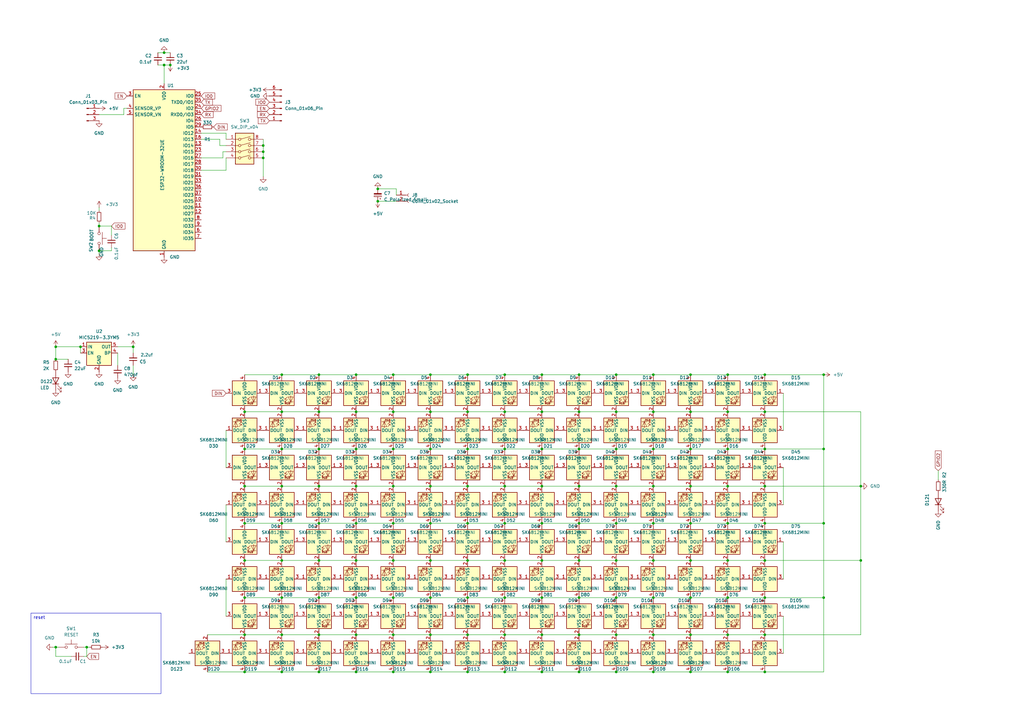
<source format=kicad_sch>
(kicad_sch (version 20250114) (generator "eeschema") (generator_version "9.0")
  (paper "A3")
  (lib_symbols
    (symbol "Connector:Conn_01x02_Socket" (pin_names (offset 1.016) (hide yes))
      (property "Reference" "J" (at 0 2.54 0))
      (property "Value" "Conn_01x02_Socket" (at 0 -5.08 0))
      (symbol "Conn_01x02_Socket_1_1"
        (pin passive line (at -5.08 0 0) (length 3.81) (name "Pin_1") (number "1"))
        (pin passive line (at -5.08 -2.54 0) (length 3.81) (name "Pin_2") (number "2"))
      )
    )
    (symbol "Connector:Conn_01x03_Pin" (pin_names (offset 1.016) (hide yes))
      (property "Reference" "J" (at 0 5.08 0))
      (property "Value" "Conn_01x03_Pin" (at 0 -5.08 0))
      (symbol "Conn_01x03_Pin_1_1"
        (pin passive line (at 5.08 2.54 180) (length 3.81) (name "Pin_1") (number "1"))
        (pin passive line (at 5.08 0 180) (length 3.81) (name "Pin_2") (number "2"))
        (pin passive line (at 5.08 -2.54 180) (length 3.81) (name "Pin_3") (number "3"))
      )
    )
    (symbol "Connector:Conn_01x06_Pin" (pin_names (offset 1.016) (hide yes))
      (property "Reference" "J" (at 0 7.62 0))
      (property "Value" "Conn_01x06_Pin" (at 0 -10.16 0))
      (symbol "Conn_01x06_Pin_1_1"
        (pin passive line (at 5.08 5.08 180) (length 3.81) (name "Pin_1") (number "1"))
        (pin passive line (at 5.08 2.54 180) (length 3.81) (name "Pin_2") (number "2"))
        (pin passive line (at 5.08 0 180) (length 3.81) (name "Pin_3") (number "3"))
        (pin passive line (at 5.08 -2.54 180) (length 3.81) (name "Pin_4") (number "4"))
        (pin passive line (at 5.08 -5.08 180) (length 3.81) (name "Pin_5") (number "5"))
        (pin passive line (at 5.08 -7.62 180) (length 3.81) (name "Pin_6") (number "6"))
      )
    )
    (symbol "Device:C_Polarized_Small" (pin_numbers (hide yes)) (pin_names (offset 0.254) (hide yes))
      (property "Reference" "C" (at 0.254 1.778 0))
      (property "Value" "C_Polarized_Small" (at 0.254 -2.032 0))
      (symbol "C_Polarized_Small_1_1"
        (pin passive line (at 0 2.54 270) (length 1.8542) (name "~") (number "1"))
        (pin passive line (at 0 -2.54 90) (length 1.8542) (name "~") (number "2"))
      )
    )
    (symbol "Device:C_Small" (pin_numbers (hide yes)) (pin_names (offset 0.254) (hide yes))
      (property "Reference" "C" (at 0.254 1.778 0))
      (property "Value" "C_Small" (at 0.254 -2.032 0))
      (symbol "C_Small_1_1"
        (pin passive line (at 0 2.54 270) (length 2.032) (name "~") (number "1"))
        (pin passive line (at 0 -2.54 90) (length 2.032) (name "~") (number "2"))
      )
    )
    (symbol "Device:LED" (pin_numbers (hide yes)) (pin_names (offset 1.016) (hide yes))
      (property "Reference" "D" (at 0 2.54 0))
      (property "Value" "LED" (at 0 -2.54 0))
      (symbol "LED_1_1"
        (pin passive line (at -3.81 0 0) (length 2.54) (name "K") (number "1"))
        (pin passive line (at 3.81 0 180) (length 2.54) (name "A") (number "2"))
      )
    )
    (symbol "Device:R_Small" (pin_numbers (hide yes)) (pin_names (offset 0.254) (hide yes))
      (property "Reference" "R" (at 0.762 0.508 0))
      (property "Value" "R_Small" (at 0.762 -1.016 0))
      (symbol "R_Small_1_1"
        (pin passive line (at 0 2.54 270) (length 0.762) (name "~") (number "1"))
        (pin passive line (at 0 -2.54 90) (length 0.762) (name "~") (number "2"))
      )
    )
    (symbol "LED:SK6812MINI" (pin_names (offset 0.254))
      (property "Reference" "D" (at 5.08 5.715 0))
      (property "Value" "SK6812MINI" (at 1.27 -5.715 0))
      (symbol "SK6812MINI_0_0"
        (text "RGB" (at 2.286 -4.191 0) (effects (font (size 0.762 0.762))))
      )
      (symbol "SK6812MINI_1_1"
        (pin input line (at -7.62 0 0) (length 2.54) (name "DIN") (number "3"))
        (pin power_in line (at 0 7.62 270) (length 2.54) (name "VDD") (number "4"))
        (pin power_in line (at 0 -7.62 90) (length 2.54) (name "VSS") (number "2"))
        (pin output line (at 7.62 0 180) (length 2.54) (name "DOUT") (number "1"))
      )
    )
    (symbol "RF_Module:ESP32-WROOM-32UE"
      (property "Reference" "U" (at -12.7 34.29 0))
      (property "Value" "ESP32-WROOM-32UE" (at 1.27 34.29 0))
      (symbol "ESP32-WROOM-32UE_1_1"
        (pin input line (at -15.24 30.48 0) (length 2.54) (name "EN") (number "3"))
        (pin input line (at -15.24 25.4 0) (length 2.54) (name "SENSOR_VP") (number "4"))
        (pin input line (at -15.24 22.86 0) (length 2.54) (name "SENSOR_VN") (number "5"))
        (pin no_connect line (at -12.7 0 0) (length 2.54) (hide yes) (name "NC") (number "21"))
        (pin no_connect line (at -12.7 -2.54 0) (length 2.54) (hide yes) (name "NC") (number "22"))
        (pin no_connect line (at -12.7 -5.08 0) (length 2.54) (hide yes) (name "NC") (number "17"))
        (pin no_connect line (at -12.7 -7.62 0) (length 2.54) (hide yes) (name "NC") (number "18"))
        (pin no_connect line (at -12.7 -10.16 0) (length 2.54) (hide yes) (name "NC") (number "20"))
        (pin no_connect line (at -12.7 -12.7 0) (length 2.54) (hide yes) (name "NC") (number "19"))
        (pin no_connect line (at -12.7 -27.94 0) (length 2.54) (hide yes) (name "NC") (number "32"))
        (pin power_in line (at 0 35.56 270) (length 2.54) (name "VDD") (number "2"))
        (pin power_in line (at 0 -35.56 90) (length 2.54) (name "GND") (number "1"))
        (pin passive line (at 0 -35.56 90) (length 2.54) (hide yes) (name "GND") (number "15"))
        (pin passive line (at 0 -35.56 90) (length 2.54) (hide yes) (name "GND") (number "38"))
        (pin passive line (at 0 -35.56 90) (length 2.54) (hide yes) (name "GND") (number "39"))
        (pin bidirectional line (at 15.24 30.48 180) (length 2.54) (name "IO0") (number "25"))
        (pin bidirectional line (at 15.24 27.94 180) (length 2.54) (name "TXD0/IO1") (number "35"))
        (pin bidirectional line (at 15.24 25.4 180) (length 2.54) (name "IO2") (number "24"))
        (pin bidirectional line (at 15.24 22.86 180) (length 2.54) (name "RXD0/IO3") (number "34"))
        (pin bidirectional line (at 15.24 20.32 180) (length 2.54) (name "IO4") (number "26"))
        (pin bidirectional line (at 15.24 17.78 180) (length 2.54) (name "IO5") (number "29"))
        (pin bidirectional line (at 15.24 15.24 180) (length 2.54) (name "IO12") (number "14"))
        (pin bidirectional line (at 15.24 12.7 180) (length 2.54) (name "IO13") (number "16"))
        (pin bidirectional line (at 15.24 10.16 180) (length 2.54) (name "IO14") (number "13"))
        (pin bidirectional line (at 15.24 7.62 180) (length 2.54) (name "IO15") (number "23"))
        (pin bidirectional line (at 15.24 5.08 180) (length 2.54) (name "IO16") (number "27"))
        (pin bidirectional line (at 15.24 2.54 180) (length 2.54) (name "IO17") (number "28"))
        (pin bidirectional line (at 15.24 0 180) (length 2.54) (name "IO18") (number "30"))
        (pin bidirectional line (at 15.24 -2.54 180) (length 2.54) (name "IO19") (number "31"))
        (pin bidirectional line (at 15.24 -5.08 180) (length 2.54) (name "IO21") (number "33"))
        (pin bidirectional line (at 15.24 -7.62 180) (length 2.54) (name "IO22") (number "36"))
        (pin bidirectional line (at 15.24 -10.16 180) (length 2.54) (name "IO23") (number "37"))
        (pin bidirectional line (at 15.24 -12.7 180) (length 2.54) (name "IO25") (number "10"))
        (pin bidirectional line (at 15.24 -15.24 180) (length 2.54) (name "IO26") (number "11"))
        (pin bidirectional line (at 15.24 -17.78 180) (length 2.54) (name "IO27") (number "12"))
        (pin bidirectional line (at 15.24 -20.32 180) (length 2.54) (name "IO32") (number "8"))
        (pin bidirectional line (at 15.24 -22.86 180) (length 2.54) (name "IO33") (number "9"))
        (pin input line (at 15.24 -25.4 180) (length 2.54) (name "IO34") (number "6"))
        (pin input line (at 15.24 -27.94 180) (length 2.54) (name "IO35") (number "7"))
      )
    )
    (symbol "Regulator_Linear:MIC5219-3.3YM5" (pin_names (offset 0.254))
      (property "Reference" "U" (at -3.81 5.715 0))
      (property "Value" "MIC5219-3.3YM5" (at 0 5.715 0))
      (symbol "MIC5219-3.3YM5_1_1"
        (pin power_in line (at -7.62 2.54 0) (length 2.54) (name "IN") (number "1"))
        (pin input line (at -7.62 0 0) (length 2.54) (name "EN") (number "3"))
        (pin power_in line (at 0 -7.62 90) (length 2.54) (name "GND") (number "2"))
        (pin power_out line (at 7.62 2.54 180) (length 2.54) (name "OUT") (number "5"))
        (pin input line (at 7.62 0 180) (length 2.54) (name "BP") (number "4"))
      )
    )
    (symbol "Switch:SW_DIP_x04" (pin_names (offset 0) (hide yes))
      (property "Reference" "SW" (at 0 8.89 0))
      (property "Value" "SW_DIP_x04" (at 0 -6.35 0))
      (symbol "SW_DIP_x04_1_1"
        (pin passive line (at -7.62 5.08 0) (length 5.08) (name "~") (number "1"))
        (pin passive line (at -7.62 2.54 0) (length 5.08) (name "~") (number "2"))
        (pin passive line (at -7.62 0 0) (length 5.08) (name "~") (number "3"))
        (pin passive line (at -7.62 -2.54 0) (length 5.08) (name "~") (number "4"))
        (pin passive line (at 7.62 5.08 180) (length 5.08) (name "~") (number "8"))
        (pin passive line (at 7.62 2.54 180) (length 5.08) (name "~") (number "7"))
        (pin passive line (at 7.62 0 180) (length 5.08) (name "~") (number "6"))
        (pin passive line (at 7.62 -2.54 180) (length 5.08) (name "~") (number "5"))
      )
    )
    (symbol "Switch:SW_Push" (pin_numbers (hide yes)) (pin_names (offset 1.016) (hide yes))
      (property "Reference" "SW" (at 1.27 2.54 0))
      (property "Value" "SW_Push" (at 0 -1.524 0))
      (symbol "SW_Push_0_1"
        (pin passive line (at -5.08 0 0) (length 2.54) (name "1") (number "1"))
        (pin passive line (at 5.08 0 180) (length 2.54) (name "2") (number "2"))
      )
    )
    (symbol "power:+3V3" (power) (pin_numbers (hide yes)) (pin_names (offset 0) (hide yes))
      (property "Value" "+3V3" (at 0 3.556 0))
      (symbol "+3V3_1_1"
        (pin power_in line (at 0 0 90) (length 0) (name "~") (number "1"))
      )
    )
    (symbol "power:+5V" (power) (pin_numbers (hide yes)) (pin_names (offset 0) (hide yes))
      (property "Value" "+5V" (at 0 3.556 0))
      (symbol "+5V_1_1"
        (pin power_in line (at 0 0 90) (length 0) (name "~") (number "1"))
      )
    )
    (symbol "power:GND" (power) (pin_numbers (hide yes)) (pin_names (offset 0) (hide yes))
      (property "Value" "GND" (at 0 -3.81 0))
      (symbol "GND_1_1"
        (pin power_in line (at 0 0 270) (length 0) (name "~") (number "1"))
      )
    )
  )
  (text_box "reset\n" (at 12.7 251.46 0) (size 53.34 33.02) (margins 0.9525 0.9525 0.9525 0.9525) (effects (font (size 1.27 1.27)) (justify left top)))
  (junction (at 100.33 184.15))
  (junction (at 283.21 199.39))
  (junction (at 207.01 260.35))
  (junction (at 207.01 184.15))
  (junction (at 222.25 199.39))
  (junction (at 107.95 59.69))
  (junction (at 176.53 168.91))
  (junction (at 222.25 184.15))
  (junction (at 191.77 214.63))
  (junction (at 313.69 214.63))
  (junction (at 115.57 214.63))
  (junction (at 176.53 199.39))
  (junction (at 130.81 260.35))
  (junction (at 115.57 245.11))
  (junction (at 100.33 214.63))
  (junction (at 100.33 275.59))
  (junction (at 237.49 260.35))
  (junction (at 146.05 153.67))
  (junction (at 176.53 275.59))
  (junction (at 283.21 260.35))
  (junction (at 115.57 275.59))
  (junction (at 237.49 153.67))
  (junction (at 176.53 214.63))
  (junction (at 313.69 168.91))
  (junction (at 237.49 199.39))
  (junction (at 252.73 168.91))
  (junction (at 191.77 229.87))
  (junction (at 146.05 199.39))
  (junction (at 67.31 21.59))
  (junction (at 146.05 168.91))
  (junction (at 252.73 275.59))
  (junction (at 298.45 168.91))
  (junction (at 22.86 147.32))
  (junction (at 191.77 184.15))
  (junction (at 252.73 260.35))
  (junction (at 207.01 153.67))
  (junction (at 313.69 153.67))
  (junction (at 176.53 245.11))
  (junction (at 176.53 260.35))
  (junction (at 115.57 199.39))
  (junction (at 146.05 229.87))
  (junction (at 191.77 245.11))
  (junction (at 353.06 199.39))
  (junction (at 222.25 275.59))
  (junction (at 337.82 184.15))
  (junction (at 353.06 229.87))
  (junction (at 237.49 214.63))
  (junction (at 252.73 153.67))
  (junction (at 337.82 153.67))
  (junction (at 298.45 199.39))
  (junction (at 115.57 168.91))
  (junction (at 237.49 184.15))
  (junction (at 283.21 184.15))
  (junction (at 237.49 275.59))
  (junction (at 100.33 199.39))
  (junction (at 207.01 245.11))
  (junction (at 283.21 229.87))
  (junction (at 298.45 245.11))
  (junction (at 298.45 229.87))
  (junction (at 35.56 265.43))
  (junction (at 22.86 142.24))
  (junction (at 267.97 153.67))
  (junction (at 161.29 214.63))
  (junction (at 130.81 168.91))
  (junction (at 237.49 229.87))
  (junction (at 161.29 153.67))
  (junction (at 252.73 184.15))
  (junction (at 267.97 199.39))
  (junction (at 267.97 245.11))
  (junction (at 283.21 168.91))
  (junction (at 267.97 260.35))
  (junction (at 54.61 142.24))
  (junction (at 283.21 153.67))
  (junction (at 252.73 199.39))
  (junction (at 313.69 245.11))
  (junction (at 191.77 275.59))
  (junction (at 115.57 153.67))
  (junction (at 298.45 260.35))
  (junction (at 130.81 229.87))
  (junction (at 69.85 26.67))
  (junction (at 191.77 168.91))
  (junction (at 161.29 275.59))
  (junction (at 100.33 260.35))
  (junction (at 146.05 260.35))
  (junction (at 115.57 260.35))
  (junction (at 283.21 214.63))
  (junction (at 146.05 184.15))
  (junction (at 107.95 62.23))
  (junction (at 115.57 229.87))
  (junction (at 222.25 168.91))
  (junction (at 161.29 245.11))
  (junction (at 222.25 245.11))
  (junction (at 67.31 26.67))
  (junction (at 207.01 229.87))
  (junction (at 146.05 245.11))
  (junction (at 191.77 199.39))
  (junction (at 130.81 199.39))
  (junction (at 191.77 260.35))
  (junction (at 222.25 153.67))
  (junction (at 298.45 214.63))
  (junction (at 298.45 275.59))
  (junction (at 161.29 184.15))
  (junction (at 40.64 102.87))
  (junction (at 222.25 229.87))
  (junction (at 267.97 214.63))
  (junction (at 33.02 142.24))
  (junction (at 313.69 229.87))
  (junction (at 222.25 214.63))
  (junction (at 161.29 168.91))
  (junction (at 237.49 245.11))
  (junction (at 337.82 245.11))
  (junction (at 176.53 184.15))
  (junction (at 207.01 214.63))
  (junction (at 130.81 153.67))
  (junction (at 130.81 275.59))
  (junction (at 237.49 168.91))
  (junction (at 252.73 229.87))
  (junction (at 207.01 199.39))
  (junction (at 146.05 214.63))
  (junction (at 267.97 229.87))
  (junction (at 313.69 199.39))
  (junction (at 161.29 199.39))
  (junction (at 154.94 77.47))
  (junction (at 267.97 168.91))
  (junction (at 298.45 184.15))
  (junction (at 267.97 275.59))
  (junction (at 337.82 214.63))
  (junction (at 191.77 153.67))
  (junction (at 207.01 275.59))
  (junction (at 222.25 260.35))
  (junction (at 283.21 275.59))
  (junction (at 283.21 245.11))
  (junction (at 161.29 229.87))
  (junction (at 176.53 229.87))
  (junction (at 130.81 184.15))
  (junction (at 313.69 184.15))
  (junction (at 154.94 82.55))
  (junction (at 130.81 245.11))
  (junction (at 130.81 214.63))
  (junction (at 252.73 245.11))
  (junction (at 176.53 153.67))
  (junction (at 161.29 260.35))
  (junction (at 115.57 184.15))
  (junction (at 107.95 64.77))
  (junction (at 100.33 229.87))
  (junction (at 207.01 168.91))
  (junction (at 146.05 275.59))
  (junction (at 22.86 265.43))
  (junction (at 252.73 214.63))
  (junction (at 313.69 275.59))
  (junction (at 313.69 260.35))
  (junction (at 100.33 245.11))
  (junction (at 100.33 168.91))
  (junction (at 40.64 92.71))
  (junction (at 267.97 184.15))
  (junction (at 298.45 153.67))
  (wire (pts (xy 100.33 260.35) (xy 115.57 260.35)))
  (wire (pts (xy 100.33 199.39) (xy 115.57 199.39)))
  (wire (pts (xy 321.31 161.29) (xy 321.31 176.53)))
  (wire (pts (xy 176.53 184.15) (xy 191.77 184.15)))
  (wire (pts (xy 161.29 168.91) (xy 176.53 168.91)))
  (wire (pts (xy 100.33 245.11) (xy 115.57 245.11)))
  (wire (pts (xy 237.49 245.11) (xy 252.73 245.11)))
  (wire (pts (xy 207.01 214.63) (xy 222.25 214.63)))
  (wire (pts (xy 33.02 144.78) (xy 33.02 142.24)))
  (wire (pts (xy 130.81 153.67) (xy 146.05 153.67)))
  (wire (pts (xy 130.81 260.35) (xy 146.05 260.35)))
  (wire (pts (xy 283.21 260.35) (xy 298.45 260.35)))
  (wire (pts (xy 237.49 199.39) (xy 252.73 199.39)))
  (wire (pts (xy 321.31 222.25) (xy 321.31 237.49)))
  (wire (pts (xy 35.56 269.24) (xy 35.56 265.43)))
  (wire (pts (xy 107.95 59.69) (xy 107.95 62.23)))
  (wire (pts (xy 237.49 229.87) (xy 252.73 229.87)))
  (wire (pts (xy 252.73 229.87) (xy 267.97 229.87)))
  (wire (pts (xy 298.45 229.87) (xy 313.69 229.87)))
  (wire (pts (xy 237.49 214.63) (xy 252.73 214.63)))
  (wire (pts (xy 267.97 275.59) (xy 283.21 275.59)))
  (wire (pts (xy 91.44 62.23) (xy 92.71 62.23)))
  (wire (pts (xy 146.05 184.15) (xy 161.29 184.15)))
  (wire (pts (xy 191.77 260.35) (xy 207.01 260.35)))
  (wire (pts (xy 50.8 46.99) (xy 50.8 44.45)))
  (wire (pts (xy 100.33 214.63) (xy 115.57 214.63)))
  (wire (pts (xy 191.77 199.39) (xy 207.01 199.39)))
  (wire (pts (xy 298.45 199.39) (xy 313.69 199.39)))
  (wire (pts (xy 92.71 54.61) (xy 92.71 57.15)))
  (wire (pts (xy 313.69 184.15) (xy 337.82 184.15)))
  (wire (pts (xy 298.45 153.67) (xy 313.69 153.67)))
  (wire (pts (xy 252.73 245.11) (xy 267.97 245.11)))
  (wire (pts (xy 92.71 176.53) (xy 92.71 191.77)))
  (wire (pts (xy 67.31 26.67) (xy 67.31 34.29)))
  (wire (pts (xy 161.29 229.87) (xy 176.53 229.87)))
  (wire (pts (xy 40.64 46.99) (xy 50.8 46.99)))
  (wire (pts (xy 161.29 214.63) (xy 176.53 214.63)))
  (wire (pts (xy 267.97 199.39) (xy 283.21 199.39)))
  (wire (pts (xy 130.81 168.91) (xy 146.05 168.91)))
  (wire (pts (xy 22.86 147.32) (xy 27.94 147.32)))
  (wire (pts (xy 85.09 275.59) (xy 100.33 275.59)))
  (wire (pts (xy 237.49 168.91) (xy 252.73 168.91)))
  (wire (pts (xy 115.57 214.63) (xy 130.81 214.63)))
  (wire (pts (xy 54.61 144.78) (xy 54.61 142.24)))
  (wire (pts (xy 298.45 214.63) (xy 313.69 214.63)))
  (wire (pts (xy 313.69 153.67) (xy 337.82 153.67)))
  (wire (pts (xy 162.56 77.47) (xy 162.56 80.01)))
  (wire (pts (xy 29.21 269.24) (xy 22.86 269.24)))
  (wire (pts (xy 161.29 275.59) (xy 176.53 275.59)))
  (wire (pts (xy 82.55 54.61) (xy 92.71 54.61)))
  (wire (pts (xy 45.72 102.87) (xy 40.64 102.87)))
  (wire (pts (xy 207.01 199.39) (xy 222.25 199.39)))
  (wire (pts (xy 207.01 275.59) (xy 222.25 275.59)))
  (wire (pts (xy 107.95 57.15) (xy 107.95 59.69)))
  (wire (pts (xy 91.44 62.23) (xy 91.44 64.77)))
  (wire (pts (xy 237.49 275.59) (xy 252.73 275.59)))
  (wire (pts (xy 267.97 245.11) (xy 283.21 245.11)))
  (wire (pts (xy 176.53 168.91) (xy 191.77 168.91)))
  (wire (pts (xy 54.61 149.86) (xy 54.61 153.67)))
  (wire (pts (xy 207.01 184.15) (xy 222.25 184.15)))
  (wire (pts (xy 283.21 168.91) (xy 298.45 168.91)))
  (wire (pts (xy 252.73 153.67) (xy 267.97 153.67)))
  (wire (pts (xy 176.53 214.63) (xy 191.77 214.63)))
  (wire (pts (xy 176.53 153.67) (xy 191.77 153.67)))
  (wire (pts (xy 353.06 168.91) (xy 353.06 199.39)))
  (wire (pts (xy 283.21 275.59) (xy 298.45 275.59)))
  (wire (pts (xy 45.72 92.71) (xy 45.72 96.52)))
  (wire (pts (xy 22.86 142.24) (xy 33.02 142.24)))
  (wire (pts (xy 191.77 214.63) (xy 207.01 214.63)))
  (wire (pts (xy 267.97 168.91) (xy 283.21 168.91)))
  (wire (pts (xy 146.05 275.59) (xy 161.29 275.59)))
  (wire (pts (xy 130.81 229.87) (xy 146.05 229.87)))
  (wire (pts (xy 252.73 275.59) (xy 267.97 275.59)))
  (wire (pts (xy 313.69 168.91) (xy 353.06 168.91)))
  (wire (pts (xy 191.77 153.67) (xy 207.01 153.67)))
  (wire (pts (xy 313.69 260.35) (xy 353.06 260.35)))
  (wire (pts (xy 161.29 153.67) (xy 176.53 153.67)))
  (wire (pts (xy 64.77 21.59) (xy 67.31 21.59)))
  (wire (pts (xy 154.94 82.55) (xy 162.56 82.55)))
  (wire (pts (xy 36.83 265.43) (xy 35.56 265.43)))
  (wire (pts (xy 337.82 275.59) (xy 337.82 245.11)))
  (wire (pts (xy 115.57 168.91) (xy 130.81 168.91)))
  (wire (pts (xy 92.71 237.49) (xy 92.71 252.73)))
  (wire (pts (xy 222.25 153.67) (xy 237.49 153.67)))
  (wire (pts (xy 313.69 199.39) (xy 353.06 199.39)))
  (wire (pts (xy 207.01 229.87) (xy 222.25 229.87)))
  (wire (pts (xy 92.71 59.69) (xy 90.17 59.69)))
  (wire (pts (xy 222.25 168.91) (xy 237.49 168.91)))
  (wire (pts (xy 130.81 275.59) (xy 146.05 275.59)))
  (wire (pts (xy 252.73 260.35) (xy 267.97 260.35)))
  (wire (pts (xy 222.25 184.15) (xy 237.49 184.15)))
  (wire (pts (xy 130.81 214.63) (xy 146.05 214.63)))
  (wire (pts (xy 337.82 214.63) (xy 337.82 184.15)))
  (wire (pts (xy 353.06 229.87) (xy 353.06 199.39)))
  (wire (pts (xy 298.45 168.91) (xy 313.69 168.91)))
  (wire (pts (xy 92.71 64.77) (xy 92.71 69.85)))
  (wire (pts (xy 283.21 153.67) (xy 298.45 153.67)))
  (wire (pts (xy 267.97 184.15) (xy 283.21 184.15)))
  (wire (pts (xy 237.49 260.35) (xy 252.73 260.35)))
  (wire (pts (xy 161.29 260.35) (xy 176.53 260.35)))
  (wire (pts (xy 90.17 57.15) (xy 82.55 57.15)))
  (wire (pts (xy 67.31 21.59) (xy 69.85 21.59)))
  (wire (pts (xy 337.82 245.11) (xy 337.82 214.63)))
  (wire (pts (xy 22.86 269.24) (xy 22.86 265.43)))
  (wire (pts (xy 40.64 104.14) (xy 40.64 102.87)))
  (wire (pts (xy 40.64 91.44) (xy 40.64 92.71)))
  (wire (pts (xy 283.21 199.39) (xy 298.45 199.39)))
  (wire (pts (xy 161.29 199.39) (xy 176.53 199.39)))
  (wire (pts (xy 222.25 229.87) (xy 237.49 229.87)))
  (wire (pts (xy 100.33 153.67) (xy 115.57 153.67)))
  (wire (pts (xy 207.01 260.35) (xy 222.25 260.35)))
  (wire (pts (xy 100.33 229.87) (xy 115.57 229.87)))
  (wire (pts (xy 146.05 214.63) (xy 161.29 214.63)))
  (wire (pts (xy 146.05 260.35) (xy 161.29 260.35)))
  (wire (pts (xy 191.77 229.87) (xy 207.01 229.87)))
  (wire (pts (xy 384.81 193.04) (xy 384.81 196.85)))
  (wire (pts (xy 313.69 214.63) (xy 337.82 214.63)))
  (wire (pts (xy 64.77 26.67) (xy 67.31 26.67)))
  (wire (pts (xy 298.45 275.59) (xy 313.69 275.59)))
  (wire (pts (xy 252.73 199.39) (xy 267.97 199.39)))
  (wire (pts (xy 237.49 153.67) (xy 252.73 153.67)))
  (wire (pts (xy 207.01 245.11) (xy 222.25 245.11)))
  (wire (pts (xy 298.45 260.35) (xy 313.69 260.35)))
  (wire (pts (xy 100.33 168.91) (xy 115.57 168.91)))
  (wire (pts (xy 267.97 260.35) (xy 283.21 260.35)))
  (wire (pts (xy 48.26 149.86) (xy 48.26 144.78)))
  (wire (pts (xy 50.8 44.45) (xy 52.07 44.45)))
  (wire (pts (xy 176.53 260.35) (xy 191.77 260.35)))
  (wire (pts (xy 154.94 77.47) (xy 162.56 77.47)))
  (wire (pts (xy 91.44 64.77) (xy 82.55 64.77)))
  (wire (pts (xy 176.53 275.59) (xy 191.77 275.59)))
  (wire (pts (xy 146.05 153.67) (xy 161.29 153.67)))
  (wire (pts (xy 191.77 168.91) (xy 207.01 168.91)))
  (wire (pts (xy 107.95 62.23) (xy 107.95 64.77)))
  (wire (pts (xy 252.73 184.15) (xy 267.97 184.15)))
  (wire (pts (xy 130.81 199.39) (xy 146.05 199.39)))
  (wire (pts (xy 176.53 199.39) (xy 191.77 199.39)))
  (wire (pts (xy 130.81 245.11) (xy 146.05 245.11)))
  (wire (pts (xy 107.95 64.77) (xy 107.95 72.39)))
  (wire (pts (xy 90.17 59.69) (xy 90.17 57.15)))
  (wire (pts (xy 67.31 26.67) (xy 69.85 26.67)))
  (wire (pts (xy 222.25 260.35) (xy 237.49 260.35)))
  (wire (pts (xy 22.86 265.43) (xy 24.13 265.43)))
  (wire (pts (xy 283.21 184.15) (xy 298.45 184.15)))
  (wire (pts (xy 237.49 184.15) (xy 252.73 184.15)))
  (wire (pts (xy 222.25 245.11) (xy 237.49 245.11)))
  (wire (pts (xy 298.45 245.11) (xy 313.69 245.11)))
  (wire (pts (xy 48.26 142.24) (xy 54.61 142.24)))
  (wire (pts (xy 100.33 275.59) (xy 115.57 275.59)))
  (wire (pts (xy 115.57 199.39) (xy 130.81 199.39)))
  (wire (pts (xy 40.64 86.36) (xy 40.64 85.09)))
  (wire (pts (xy 85.09 260.35) (xy 100.33 260.35)))
  (wire (pts (xy 146.05 168.91) (xy 161.29 168.91)))
  (wire (pts (xy 252.73 214.63) (xy 267.97 214.63)))
  (wire (pts (xy 222.25 214.63) (xy 237.49 214.63)))
  (wire (pts (xy 337.82 184.15) (xy 337.82 153.67)))
  (wire (pts (xy 222.25 275.59) (xy 237.49 275.59)))
  (wire (pts (xy 100.33 184.15) (xy 115.57 184.15)))
  (wire (pts (xy 283.21 214.63) (xy 298.45 214.63)))
  (wire (pts (xy 207.01 153.67) (xy 222.25 153.67)))
  (wire (pts (xy 321.31 191.77) (xy 321.31 207.01)))
  (wire (pts (xy 283.21 229.87) (xy 298.45 229.87)))
  (wire (pts (xy 161.29 184.15) (xy 176.53 184.15)))
  (wire (pts (xy 191.77 184.15) (xy 207.01 184.15)))
  (wire (pts (xy 22.86 142.24) (xy 22.86 147.32)))
  (wire (pts (xy 115.57 184.15) (xy 130.81 184.15)))
  (wire (pts (xy 130.81 184.15) (xy 146.05 184.15)))
  (wire (pts (xy 45.72 92.71) (xy 40.64 92.71)))
  (wire (pts (xy 92.71 207.01) (xy 92.71 222.25)))
  (wire (pts (xy 252.73 168.91) (xy 267.97 168.91)))
  (wire (pts (xy 313.69 229.87) (xy 353.06 229.87)))
  (wire (pts (xy 161.29 245.11) (xy 176.53 245.11)))
  (wire (pts (xy 115.57 260.35) (xy 130.81 260.35)))
  (wire (pts (xy 313.69 275.59) (xy 337.82 275.59)))
  (wire (pts (xy 267.97 214.63) (xy 283.21 214.63)))
  (wire (pts (xy 35.56 265.43) (xy 34.29 265.43)))
  (wire (pts (xy 115.57 245.11) (xy 130.81 245.11)))
  (wire (pts (xy 207.01 168.91) (xy 222.25 168.91)))
  (wire (pts (xy 222.25 199.39) (xy 237.49 199.39)))
  (wire (pts (xy 115.57 229.87) (xy 130.81 229.87)))
  (wire (pts (xy 21.59 265.43) (xy 22.86 265.43)))
  (wire (pts (xy 176.53 229.87) (xy 191.77 229.87)))
  (wire (pts (xy 82.55 69.85) (xy 92.71 69.85)))
  (wire (pts (xy 313.69 245.11) (xy 337.82 245.11)))
  (wire (pts (xy 267.97 153.67) (xy 283.21 153.67)))
  (wire (pts (xy 146.05 199.39) (xy 161.29 199.39)))
  (wire (pts (xy 353.06 260.35) (xy 353.06 229.87)))
  (wire (pts (xy 45.72 101.6) (xy 45.72 102.87)))
  (wire (pts (xy 146.05 245.11) (xy 161.29 245.11)))
  (wire (pts (xy 191.77 245.11) (xy 207.01 245.11)))
  (wire (pts (xy 176.53 245.11) (xy 191.77 245.11)))
  (wire (pts (xy 115.57 275.59) (xy 130.81 275.59)))
  (wire (pts (xy 146.05 229.87) (xy 161.29 229.87)))
  (wire (pts (xy 298.45 184.15) (xy 313.69 184.15)))
  (wire (pts (xy 191.77 275.59) (xy 207.01 275.59)))
  (wire (pts (xy 115.57 153.67) (xy 130.81 153.67)))
  (wire (pts (xy 267.97 229.87) (xy 283.21 229.87)))
  (wire (pts (xy 34.29 269.24) (xy 35.56 269.24)))
  (wire (pts (xy 283.21 245.11) (xy 298.45 245.11)))
  (wire (pts (xy 321.31 252.73) (xy 321.31 267.97)))
  (global_label "EN" (shape input) (at 35.56 269.24 0) (property "Intersheetrefs" "${INTERSHEET_REFS}" (effects (hide yes))))
  (global_label "DIN" (shape input) (at 87.63 52.07 0) (property "Intersheetrefs" "${INTERSHEET_REFS}" (effects (hide yes))))
  (global_label "GPIO2" (shape input) (at 384.81 193.04 90) (property "Intersheetrefs" "${INTERSHEET_REFS}" (effects (hide yes))))
  (global_label "IO0" (shape input) (at 82.55 39.37 0) (property "Intersheetrefs" "${INTERSHEET_REFS}" (effects (hide yes))))
  (global_label "DIN" (shape input) (at 92.71 161.29 180) (property "Intersheetrefs" "${INTERSHEET_REFS}" (effects (hide yes))))
  (global_label "IO0" (shape input) (at 110.49 41.91 180) (property "Intersheetrefs" "${INTERSHEET_REFS}" (effects (hide yes))))
  (global_label "EN" (shape input) (at 52.07 39.37 180) (property "Intersheetrefs" "${INTERSHEET_REFS}" (effects (hide yes))))
  (global_label "TX" (shape input) (at 110.49 49.53 180) (property "Intersheetrefs" "${INTERSHEET_REFS}" (effects (hide yes))))
  (global_label "GPIO2" (shape input) (at 82.55 44.45 0) (property "Intersheetrefs" "${INTERSHEET_REFS}" (effects (hide yes))))
  (global_label "RX" (shape input) (at 110.49 46.99 180) (property "Intersheetrefs" "${INTERSHEET_REFS}" (effects (hide yes))))
  (global_label "IO0" (shape input) (at 45.72 92.71 0) (property "Intersheetrefs" "${INTERSHEET_REFS}" (effects (hide yes))))
  (global_label "EN" (shape input) (at 110.49 44.45 180) (property "Intersheetrefs" "${INTERSHEET_REFS}" (effects (hide yes))))
  (global_label "RX" (shape input) (at 82.55 46.99 0) (property "Intersheetrefs" "${INTERSHEET_REFS}" (effects (hide yes))))
  (global_label "TX" (shape input) (at 82.55 41.91 0) (property "Intersheetrefs" "${INTERSHEET_REFS}" (effects (hide yes))))
  (symbol (lib_id "power:GND") (at 154.94 77.47 180) (unit 1)
    (property "Reference" "#PWR027" (effects (hide yes)))
    (property "Value" "GND" (at 154.94 72.39 0))
    (property "Description" "Power symbol creates a global label with name \"GND\" , ground" (effects (hide yes)))
  )
  (symbol (lib_id "power:+5V") (at 40.64 44.45 270) (unit 1)
    (property "Reference" "#PWR032" (effects (hide yes)))
    (property "Value" "+5V" (at 44.45 44.4499 90) (effects (justify left)))
    (property "Description" "Power symbol creates a global label with name \"+5V\"" (effects (hide yes)))
  )
  (symbol (lib_id "LED:SK6812MINI") (at 267.97 237.49 180) (unit 1)
    (property "Reference" "D79" (at 255.27 243.9102 0))
    (property "Value" "SK6812MINI" (at 255.27 241.3702 0))
    (property "Footprint" "LED_SMD:LED_SK6812MINI_PLCC4_3.5x3.5mm_P1.75mm" (effects (hide yes)))
    (property "Datasheet" "https://cdn-shop.adafruit.com/product-files/2686/SK6812MINI_REV.01-1-2.pdf" (effects (hide yes)))
    (property "Description" "RGB LED with integrated controller" (effects (hide yes)))
  )
  (symbol (lib_id "Device:C_Small") (at 27.94 149.86 0) (unit 1)
    (property "Reference" "C4" (at 30.48 148.5962 0) (effects (justify left)))
    (property "Value" "22uF" (at 30.48 151.1362 0) (effects (justify left)))
    (property "Footprint" "Capacitor_SMD:C_0805_2012Metric_Pad1.18x1.45mm_HandSolder" (effects (hide yes)))
    (property "Description" "Unpolarized capacitor, small symbol" (effects (hide yes)))
  )
  (symbol (lib_id "LED:SK6812MINI") (at 298.45 207.01 180) (unit 1)
    (property "Reference" "D47" (at 285.75 213.4302 0))
    (property "Value" "SK6812MINI" (at 285.75 210.8902 0))
    (property "Footprint" "LED_SMD:LED_SK6812MINI_PLCC4_3.5x3.5mm_P1.75mm" (effects (hide yes)))
    (property "Datasheet" "https://cdn-shop.adafruit.com/product-files/2686/SK6812MINI_REV.01-1-2.pdf" (effects (hide yes)))
    (property "Description" "RGB LED with integrated controller" (effects (hide yes)))
  )
  (symbol (lib_id "power:GND") (at 40.64 104.14 0) (mirror y) (unit 1)
    (property "Reference" "#PWR09" (effects (hide yes)))
    (property "Value" "GND" (at 41.656 105.41 90) (effects (justify left)))
    (property "Description" "Power symbol creates a global label with name \"GND\" , ground" (effects (hide yes)))
  )
  (symbol (lib_id "power:+5V") (at 154.94 82.55 180) (unit 1)
    (property "Reference" "#PWR025" (effects (hide yes)))
    (property "Value" "+5V" (at 154.94 87.63 0))
    (property "Description" "Power symbol creates a global label with name \"+5V\"" (effects (hide yes)))
  )
  (symbol (lib_id "LED:SK6812MINI") (at 161.29 237.49 180) (unit 1)
    (property "Reference" "D86" (at 148.59 243.9102 0))
    (property "Value" "SK6812MINI" (at 148.59 241.3702 0))
    (property "Footprint" "LED_SMD:LED_SK6812MINI_PLCC4_3.5x3.5mm_P1.75mm" (effects (hide yes)))
    (property "Datasheet" "https://cdn-shop.adafruit.com/product-files/2686/SK6812MINI_REV.01-1-2.pdf" (effects (hide yes)))
    (property "Description" "RGB LED with integrated controller" (effects (hide yes)))
  )
  (symbol (lib_id "LED:SK6812MINI") (at 207.01 252.73 0) (unit 1)
    (property "Reference" "D98" (at 219.71 246.3098 0))
    (property "Value" "SK6812MINI" (at 219.71 248.8498 0))
    (property "Footprint" "LED_SMD:LED_SK6812MINI_PLCC4_3.5x3.5mm_P1.75mm" (effects (hide yes)))
    (property "Datasheet" "https://cdn-shop.adafruit.com/product-files/2686/SK6812MINI_REV.01-1-2.pdf" (effects (hide yes)))
    (property "Description" "RGB LED with integrated controller" (effects (hide yes)))
  )
  (symbol (lib_id "LED:SK6812MINI") (at 161.29 267.97 180) (unit 1)
    (property "Reference" "D116" (at 148.59 274.3902 0))
    (property "Value" "SK6812MINI" (at 148.59 271.8502 0))
    (property "Footprint" "LED_SMD:LED_SK6812MINI_PLCC4_3.5x3.5mm_P1.75mm" (effects (hide yes)))
    (property "Datasheet" "https://cdn-shop.adafruit.com/product-files/2686/SK6812MINI_REV.01-1-2.pdf" (effects (hide yes)))
    (property "Description" "RGB LED with integrated controller" (effects (hide yes)))
  )
  (symbol (lib_id "LED:SK6812MINI") (at 146.05 237.49 180) (unit 1)
    (property "Reference" "D87" (at 133.35 243.9102 0))
    (property "Value" "SK6812MINI" (at 133.35 241.3702 0))
    (property "Footprint" "LED_SMD:LED_SK6812MINI_PLCC4_3.5x3.5mm_P1.75mm" (effects (hide yes)))
    (property "Datasheet" "https://cdn-shop.adafruit.com/product-files/2686/SK6812MINI_REV.01-1-2.pdf" (effects (hide yes)))
    (property "Description" "RGB LED with integrated controller" (effects (hide yes)))
  )
  (symbol (lib_id "power:+3V3") (at 69.85 26.67 180) (unit 1)
    (property "Reference" "#PWR013" (effects (hide yes)))
    (property "Value" "+3V3" (at 72.39 27.9399 0) (effects (justify right)))
    (property "Description" "Power symbol creates a global label with name \"+3V3\"" (effects (hide yes)))
  )
  (symbol (lib_id "Device:R_Small") (at 85.09 52.07 270) (mirror x) (unit 1)
    (property "Reference" "R1" (at 85.09 57.15 90))
    (property "Value" "330" (at 85.09 50.292 90))
    (property "Footprint" "Resistor_SMD:R_0603_1608Metric_Pad0.98x0.95mm_HandSolder" (effects (hide yes)))
    (property "Description" "Resistor, small symbol" (effects (hide yes)))
  )
  (symbol (lib_id "LED:SK6812MINI") (at 100.33 237.49 180) (unit 1)
    (property "Reference" "D90" (at 87.63 243.9102 0))
    (property "Value" "SK6812MINI" (at 87.63 241.3702 0))
    (property "Footprint" "LED_SMD:LED_SK6812MINI_PLCC4_3.5x3.5mm_P1.75mm" (effects (hide yes)))
    (property "Datasheet" "https://cdn-shop.adafruit.com/product-files/2686/SK6812MINI_REV.01-1-2.pdf" (effects (hide yes)))
    (property "Description" "RGB LED with integrated controller" (effects (hide yes)))
  )
  (symbol (lib_id "LED:SK6812MINI") (at 298.45 222.25 0) (unit 1)
    (property "Reference" "D74" (at 311.15 215.8298 0))
    (property "Value" "SK6812MINI" (at 311.15 218.3698 0))
    (property "Footprint" "LED_SMD:LED_SK6812MINI_PLCC4_3.5x3.5mm_P1.75mm" (effects (hide yes)))
    (property "Datasheet" "https://cdn-shop.adafruit.com/product-files/2686/SK6812MINI_REV.01-1-2.pdf" (effects (hide yes)))
    (property "Description" "RGB LED with integrated controller" (effects (hide yes)))
  )
  (symbol (lib_id "LED:SK6812MINI") (at 115.57 222.25 0) (unit 1)
    (property "Reference" "D62" (at 128.27 215.8298 0))
    (property "Value" "SK6812MINI" (at 128.27 218.3698 0))
    (property "Footprint" "LED_SMD:LED_SK6812MINI_PLCC4_3.5x3.5mm_P1.75mm" (effects (hide yes)))
    (property "Datasheet" "https://cdn-shop.adafruit.com/product-files/2686/SK6812MINI_REV.01-1-2.pdf" (effects (hide yes)))
    (property "Description" "RGB LED with integrated controller" (effects (hide yes)))
  )
  (symbol (lib_id "LED:SK6812MINI") (at 130.81 207.01 180) (unit 1)
    (property "Reference" "D58" (at 118.11 213.4302 0))
    (property "Value" "SK6812MINI" (at 118.11 210.8902 0))
    (property "Footprint" "LED_SMD:LED_SK6812MINI_PLCC4_3.5x3.5mm_P1.75mm" (effects (hide yes)))
    (property "Datasheet" "https://cdn-shop.adafruit.com/product-files/2686/SK6812MINI_REV.01-1-2.pdf" (effects (hide yes)))
    (property "Description" "RGB LED with integrated controller" (effects (hide yes)))
  )
  (symbol (lib_id "LED:SK6812MINI") (at 298.45 191.77 0) (unit 1)
    (property "Reference" "D44" (at 311.15 185.3498 0))
    (property "Value" "SK6812MINI" (at 311.15 187.8898 0))
    (property "Footprint" "LED_SMD:LED_SK6812MINI_PLCC4_3.5x3.5mm_P1.75mm" (effects (hide yes)))
    (property "Datasheet" "https://cdn-shop.adafruit.com/product-files/2686/SK6812MINI_REV.01-1-2.pdf" (effects (hide yes)))
    (property "Description" "RGB LED with integrated controller" (effects (hide yes)))
  )
  (symbol (lib_id "LED:SK6812MINI") (at 176.53 161.29 0) (unit 1)
    (property "Reference" "D6" (at 189.23 154.8698 0))
    (property "Value" "SK6812MINI" (at 189.23 157.4098 0))
    (property "Footprint" "LED_SMD:LED_SK6812MINI_PLCC4_3.5x3.5mm_P1.75mm" (effects (hide yes)))
    (property "Datasheet" "https://cdn-shop.adafruit.com/product-files/2686/SK6812MINI_REV.01-1-2.pdf" (effects (hide yes)))
    (property "Description" "RGB LED with integrated controller" (effects (hide yes)))
  )
  (symbol (lib_id "power:+5V") (at 22.86 142.24 0) (unit 1)
    (property "Reference" "#PWR022" (effects (hide yes)))
    (property "Value" "+5V" (at 22.86 137.16 0))
    (property "Description" "Power symbol creates a global label with name \"+5V\"" (effects (hide yes)))
  )
  (symbol (lib_id "LED:SK6812MINI") (at 207.01 237.49 180) (unit 1)
    (property "Reference" "D83" (at 194.31 243.9102 0))
    (property "Value" "SK6812MINI" (at 194.31 241.3702 0))
    (property "Footprint" "LED_SMD:LED_SK6812MINI_PLCC4_3.5x3.5mm_P1.75mm" (effects (hide yes)))
    (property "Datasheet" "https://cdn-shop.adafruit.com/product-files/2686/SK6812MINI_REV.01-1-2.pdf" (effects (hide yes)))
    (property "Description" "RGB LED with integrated controller" (effects (hide yes)))
  )
  (symbol (lib_id "LED:SK6812MINI") (at 130.81 176.53 180) (unit 1)
    (property "Reference" "D28" (at 118.11 182.9502 0))
    (property "Value" "SK6812MINI" (at 118.11 180.4102 0))
    (property "Footprint" "LED_SMD:LED_SK6812MINI_PLCC4_3.5x3.5mm_P1.75mm" (effects (hide yes)))
    (property "Datasheet" "https://cdn-shop.adafruit.com/product-files/2686/SK6812MINI_REV.01-1-2.pdf" (effects (hide yes)))
    (property "Description" "RGB LED with integrated controller" (effects (hide yes)))
  )
  (symbol (lib_id "LED:SK6812MINI") (at 252.73 252.73 0) (unit 1)
    (property "Reference" "D101" (at 265.43 246.3098 0))
    (property "Value" "SK6812MINI" (at 265.43 248.8498 0))
    (property "Footprint" "LED_SMD:LED_SK6812MINI_PLCC4_3.5x3.5mm_P1.75mm" (effects (hide yes)))
    (property "Datasheet" "https://cdn-shop.adafruit.com/product-files/2686/SK6812MINI_REV.01-1-2.pdf" (effects (hide yes)))
    (property "Description" "RGB LED with integrated controller" (effects (hide yes)))
  )
  (symbol (lib_id "Device:R_Small") (at 40.64 88.9 0) (mirror x) (unit 1)
    (property "Reference" "R4" (at 36.576 89.408 0) (effects (justify left)))
    (property "Value" "10K" (at 35.56 87.376 0) (effects (justify left)))
    (property "Footprint" "Resistor_SMD:R_0805_2012Metric_Pad1.20x1.40mm_HandSolder" (effects (hide yes)))
    (property "Description" "Resistor, small symbol" (effects (hide yes)))
  )
  (symbol (lib_id "LED:SK6812MINI") (at 283.21 252.73 0) (unit 1)
    (property "Reference" "D103" (at 295.91 246.3098 0))
    (property "Value" "SK6812MINI" (at 295.91 248.8498 0))
    (property "Footprint" "LED_SMD:LED_SK6812MINI_PLCC4_3.5x3.5mm_P1.75mm" (effects (hide yes)))
    (property "Datasheet" "https://cdn-shop.adafruit.com/product-files/2686/SK6812MINI_REV.01-1-2.pdf" (effects (hide yes)))
    (property "Description" "RGB LED with integrated controller" (effects (hide yes)))
  )
  (symbol (lib_id "LED:SK6812MINI") (at 313.69 222.25 0) (unit 1)
    (property "Reference" "D75" (at 326.39 215.8298 0))
    (property "Value" "SK6812MINI" (at 326.39 218.3698 0))
    (property "Footprint" "LED_SMD:LED_SK6812MINI_PLCC4_3.5x3.5mm_P1.75mm" (effects (hide yes)))
    (property "Datasheet" "https://cdn-shop.adafruit.com/product-files/2686/SK6812MINI_REV.01-1-2.pdf" (effects (hide yes)))
    (property "Description" "RGB LED with integrated controller" (effects (hide yes)))
  )
  (symbol (lib_id "LED:SK6812MINI") (at 237.49 176.53 180) (unit 1)
    (property "Reference" "D21" (at 224.79 182.9502 0))
    (property "Value" "SK6812MINI" (at 224.79 180.4102 0))
    (property "Footprint" "LED_SMD:LED_SK6812MINI_PLCC4_3.5x3.5mm_P1.75mm" (effects (hide yes)))
    (property "Datasheet" "https://cdn-shop.adafruit.com/product-files/2686/SK6812MINI_REV.01-1-2.pdf" (effects (hide yes)))
    (property "Description" "RGB LED with integrated controller" (effects (hide yes)))
  )
  (symbol (lib_id "LED:SK6812MINI") (at 222.25 237.49 180) (unit 1)
    (property "Reference" "D82" (at 209.55 243.9102 0))
    (property "Value" "SK6812MINI" (at 209.55 241.3702 0))
    (property "Footprint" "LED_SMD:LED_SK6812MINI_PLCC4_3.5x3.5mm_P1.75mm" (effects (hide yes)))
    (property "Datasheet" "https://cdn-shop.adafruit.com/product-files/2686/SK6812MINI_REV.01-1-2.pdf" (effects (hide yes)))
    (property "Description" "RGB LED with integrated controller" (effects (hide yes)))
  )
  (symbol (lib_id "power:+3V3") (at 40.64 85.09 0) (mirror y) (unit 1)
    (property "Reference" "#PWR08" (effects (hide yes)))
    (property "Value" "+3V3" (at 43.18 83.8199 0) (effects (justify right)))
    (property "Description" "Power symbol creates a global label with name \"+3V3\"" (effects (hide yes)))
  )
  (symbol (lib_id "LED:SK6812MINI") (at 100.33 207.01 180) (unit 1)
    (property "Reference" "D60" (at 87.63 213.4302 0))
    (property "Value" "SK6812MINI" (at 87.63 210.8902 0))
    (property "Footprint" "LED_SMD:LED_SK6812MINI_PLCC4_3.5x3.5mm_P1.75mm" (effects (hide yes)))
    (property "Datasheet" "https://cdn-shop.adafruit.com/product-files/2686/SK6812MINI_REV.01-1-2.pdf" (effects (hide yes)))
    (property "Description" "RGB LED with integrated controller" (effects (hide yes)))
  )
  (symbol (lib_id "power:GND") (at 67.31 21.59 180) (unit 1)
    (property "Reference" "#PWR011" (effects (hide yes)))
    (property "Value" "GND" (at 67.31 16.51 0))
    (property "Description" "Power symbol creates a global label with name \"GND\" , ground" (effects (hide yes)))
  )
  (symbol (lib_id "LED:SK6812MINI") (at 176.53 176.53 180) (unit 1)
    (property "Reference" "D25" (at 163.83 182.9502 0))
    (property "Value" "SK6812MINI" (at 163.83 180.4102 0))
    (property "Footprint" "LED_SMD:LED_SK6812MINI_PLCC4_3.5x3.5mm_P1.75mm" (effects (hide yes)))
    (property "Datasheet" "https://cdn-shop.adafruit.com/product-files/2686/SK6812MINI_REV.01-1-2.pdf" (effects (hide yes)))
    (property "Description" "RGB LED with integrated controller" (effects (hide yes)))
  )
  (symbol (lib_id "LED:SK6812MINI") (at 130.81 252.73 0) (unit 1)
    (property "Reference" "D93" (at 143.51 246.3098 0))
    (property "Value" "SK6812MINI" (at 143.51 248.8498 0))
    (property "Footprint" "LED_SMD:LED_SK6812MINI_PLCC4_3.5x3.5mm_P1.75mm" (effects (hide yes)))
    (property "Datasheet" "https://cdn-shop.adafruit.com/product-files/2686/SK6812MINI_REV.01-1-2.pdf" (effects (hide yes)))
    (property "Description" "RGB LED with integrated controller" (effects (hide yes)))
  )
  (symbol (lib_id "Switch:SW_DIP_x04") (at 100.33 62.23 0) (unit 1)
    (property "Reference" "SW3" (at 100.33 49.53 0))
    (property "Value" "SW_DIP_x04" (at 100.33 52.07 0))
    (property "Description" "4x DIP Switch, Single Pole Single Throw (SPST) switch, small symbol" (effects (hide yes)))
  )
  (symbol (lib_id "Regulator_Linear:MIC5219-3.3YM5") (at 40.64 144.78 0) (unit 1)
    (property "Reference" "U2" (at 40.64 135.89 0))
    (property "Value" "MIC5219-3.3YM5" (at 40.64 138.43 0))
    (property "Footprint" "Package_TO_SOT_SMD:SOT-23-5" (effects (hide yes)))
    (property "Datasheet" "http://ww1.microchip.com/downloads/en/DeviceDoc/MIC5219-500mA-Peak-Output-LDO-Regulator-DS20006021A.pdf" (effects (hide yes)))
    (property "Description" "500mA low dropout linear regulator, fixed 3.3V output, SOT-23-5" (effects (hide yes)))
  )
  (symbol (lib_id "LED:SK6812MINI") (at 115.57 237.49 180) (unit 1)
    (property "Reference" "D89" (at 102.87 243.9102 0))
    (property "Value" "SK6812MINI" (at 102.87 241.3702 0))
    (property "Footprint" "LED_SMD:LED_SK6812MINI_PLCC4_3.5x3.5mm_P1.75mm" (effects (hide yes)))
    (property "Datasheet" "https://cdn-shop.adafruit.com/product-files/2686/SK6812MINI_REV.01-1-2.pdf" (effects (hide yes)))
    (property "Description" "RGB LED with integrated controller" (effects (hide yes)))
  )
  (symbol (lib_id "LED:SK6812MINI") (at 252.73 222.25 0) (unit 1)
    (property "Reference" "D71" (at 265.43 215.8298 0))
    (property "Value" "SK6812MINI" (at 265.43 218.3698 0))
    (property "Footprint" "LED_SMD:LED_SK6812MINI_PLCC4_3.5x3.5mm_P1.75mm" (effects (hide yes)))
    (property "Datasheet" "https://cdn-shop.adafruit.com/product-files/2686/SK6812MINI_REV.01-1-2.pdf" (effects (hide yes)))
    (property "Description" "RGB LED with integrated controller" (effects (hide yes)))
  )
  (symbol (lib_id "power:+3V3") (at 110.49 36.83 90) (unit 1)
    (property "Reference" "#PWR014" (effects (hide yes)))
    (property "Value" "+3V3" (at 104.648 36.83 90))
    (property "Description" "Power symbol creates a global label with name \"+3V3\"" (effects (hide yes)))
  )
  (symbol (lib_id "LED:SK6812MINI") (at 237.49 267.97 180) (unit 1)
    (property "Reference" "D111" (at 224.79 274.3902 0))
    (property "Value" "SK6812MINI" (at 224.79 271.8502 0))
    (property "Footprint" "LED_SMD:LED_SK6812MINI_PLCC4_3.5x3.5mm_P1.75mm" (effects (hide yes)))
    (property "Datasheet" "https://cdn-shop.adafruit.com/product-files/2686/SK6812MINI_REV.01-1-2.pdf" (effects (hide yes)))
    (property "Description" "RGB LED with integrated controller" (effects (hide yes)))
  )
  (symbol (lib_id "LED:SK6812MINI") (at 191.77 222.25 0) (unit 1)
    (property "Reference" "D67" (at 204.47 215.8298 0))
    (property "Value" "SK6812MINI" (at 204.47 218.3698 0))
    (property "Footprint" "LED_SMD:LED_SK6812MINI_PLCC4_3.5x3.5mm_P1.75mm" (effects (hide yes)))
    (property "Datasheet" "https://cdn-shop.adafruit.com/product-files/2686/SK6812MINI_REV.01-1-2.pdf" (effects (hide yes)))
    (property "Description" "RGB LED with integrated controller" (effects (hide yes)))
  )
  (symbol (lib_id "power:+3V3") (at 41.91 265.43 270) (unit 1)
    (property "Reference" "#PWR010" (effects (hide yes)))
    (property "Value" "+3V3" (at 45.72 265.4299 90) (effects (justify left)))
    (property "Description" "Power symbol creates a global label with name \"+3V3\"" (effects (hide yes)))
  )
  (symbol (lib_id "power:GND") (at 353.06 199.39 90) (unit 1)
    (property "Reference" "#PWR01" (effects (hide yes)))
    (property "Value" "GND" (at 356.87 199.3899 90) (effects (justify right)))
    (property "Description" "Power symbol creates a global label with name \"GND\" , ground" (effects (hide yes)))
  )
  (symbol (lib_id "Device:C_Small") (at 48.26 152.4 0) (unit 1)
    (property "Reference" "C8" (at 50.8 151.1362 0) (effects (justify left)))
    (property "Value" "470pf" (at 50.8 153.6762 0) (effects (justify left)))
    (property "Footprint" "Capacitor_SMD:C_0603_1608Metric_Pad1.08x0.95mm_HandSolder" (effects (hide yes)))
    (property "Description" "Unpolarized capacitor, small symbol" (effects (hide yes)))
  )
  (symbol (lib_id "LED:SK6812MINI") (at 222.25 207.01 180) (unit 1)
    (property "Reference" "D52" (at 209.55 213.4302 0))
    (property "Value" "SK6812MINI" (at 209.55 210.8902 0))
    (property "Footprint" "LED_SMD:LED_SK6812MINI_PLCC4_3.5x3.5mm_P1.75mm" (effects (hide yes)))
    (property "Datasheet" "https://cdn-shop.adafruit.com/product-files/2686/SK6812MINI_REV.01-1-2.pdf" (effects (hide yes)))
    (property "Description" "RGB LED with integrated controller" (effects (hide yes)))
  )
  (symbol (lib_id "LED:SK6812MINI") (at 222.25 191.77 0) (unit 1)
    (property "Reference" "D39" (at 234.95 185.3498 0))
    (property "Value" "SK6812MINI" (at 234.95 187.8898 0))
    (property "Footprint" "LED_SMD:LED_SK6812MINI_PLCC4_3.5x3.5mm_P1.75mm" (effects (hide yes)))
    (property "Datasheet" "https://cdn-shop.adafruit.com/product-files/2686/SK6812MINI_REV.01-1-2.pdf" (effects (hide yes)))
    (property "Description" "RGB LED with integrated controller" (effects (hide yes)))
  )
  (symbol (lib_id "LED:SK6812MINI") (at 146.05 252.73 0) (unit 1)
    (property "Reference" "D94" (at 158.75 246.3098 0))
    (property "Value" "SK6812MINI" (at 158.75 248.8498 0))
    (property "Footprint" "LED_SMD:LED_SK6812MINI_PLCC4_3.5x3.5mm_P1.75mm" (effects (hide yes)))
    (property "Datasheet" "https://cdn-shop.adafruit.com/product-files/2686/SK6812MINI_REV.01-1-2.pdf" (effects (hide yes)))
    (property "Description" "RGB LED with integrated controller" (effects (hide yes)))
  )
  (symbol (lib_id "power:GND") (at 67.31 105.41 0) (unit 1)
    (property "Reference" "#PWR012" (effects (hide yes)))
    (property "Value" "GND" (at 71.628 105.41 0))
    (property "Description" "Power symbol creates a global label with name \"GND\" , ground" (effects (hide yes)))
  )
  (symbol (lib_id "Device:C_Small") (at 54.61 147.32 180) (unit 1)
    (property "Reference" "C5" (at 59.944 148.336 0) (effects (justify left)))
    (property "Value" "2.2uf" (at 62.738 145.542 0) (effects (justify left)))
    (property "Footprint" "Capacitor_SMD:C_0603_1608Metric_Pad1.08x0.95mm_HandSolder" (effects (hide yes)))
    (property "Description" "Unpolarized capacitor, small symbol" (effects (hide yes)))
  )
  (symbol (lib_id "LED:SK6812MINI") (at 313.69 252.73 0) (unit 1)
    (property "Reference" "D105" (at 326.39 246.3098 0))
    (property "Value" "SK6812MINI" (at 326.39 248.8498 0))
    (property "Footprint" "LED_SMD:LED_SK6812MINI_PLCC4_3.5x3.5mm_P1.75mm" (effects (hide yes)))
    (property "Datasheet" "https://cdn-shop.adafruit.com/product-files/2686/SK6812MINI_REV.01-1-2.pdf" (effects (hide yes)))
    (property "Description" "RGB LED with integrated controller" (effects (hide yes)))
  )
  (symbol (lib_id "LED:SK6812MINI") (at 207.01 222.25 0) (unit 1)
    (property "Reference" "D68" (at 219.71 215.8298 0))
    (property "Value" "SK6812MINI" (at 219.71 218.3698 0))
    (property "Footprint" "LED_SMD:LED_SK6812MINI_PLCC4_3.5x3.5mm_P1.75mm" (effects (hide yes)))
    (property "Datasheet" "https://cdn-shop.adafruit.com/product-files/2686/SK6812MINI_REV.01-1-2.pdf" (effects (hide yes)))
    (property "Description" "RGB LED with integrated controller" (effects (hide yes)))
  )
  (symbol (lib_id "LED:SK6812MINI") (at 100.33 267.97 180) (unit 1)
    (property "Reference" "D120" (at 87.63 274.3902 0))
    (property "Value" "SK6812MINI" (at 87.63 271.8502 0))
    (property "Footprint" "LED_SMD:LED_SK6812MINI_PLCC4_3.5x3.5mm_P1.75mm" (effects (hide yes)))
    (property "Datasheet" "https://cdn-shop.adafruit.com/product-files/2686/SK6812MINI_REV.01-1-2.pdf" (effects (hide yes)))
    (property "Description" "RGB LED with integrated controller" (effects (hide yes)))
  )
  (symbol (lib_id "LED:SK6812MINI") (at 283.21 237.49 180) (unit 1)
    (property "Reference" "D78" (at 270.51 243.9102 0))
    (property "Value" "SK6812MINI" (at 270.51 241.3702 0))
    (property "Footprint" "LED_SMD:LED_SK6812MINI_PLCC4_3.5x3.5mm_P1.75mm" (effects (hide yes)))
    (property "Datasheet" "https://cdn-shop.adafruit.com/product-files/2686/SK6812MINI_REV.01-1-2.pdf" (effects (hide yes)))
    (property "Description" "RGB LED with integrated controller" (effects (hide yes)))
  )
  (symbol (lib_id "Connector:Conn_01x06_Pin") (at 115.57 44.45 180) (unit 1)
    (property "Reference" "J3" (at 116.84 41.9099 0) (effects (justify right)))
    (property "Value" "Conn_01x06_Pin" (at 116.84 44.4499 0) (effects (justify right)))
    (property "Footprint" "Connector_PinHeader_2.54mm:PinHeader_1x06_P2.54mm_Vertical" (effects (hide yes)))
    (property "Description" "Generic connector, single row, 01x06, script generated" (effects (hide yes)))
  )
  (symbol (lib_id "LED:SK6812MINI") (at 313.69 267.97 180) (unit 1)
    (property "Reference" "D106" (at 300.99 274.3902 0))
    (property "Value" "SK6812MINI" (at 300.99 271.8502 0))
    (property "Footprint" "LED_SMD:LED_SK6812MINI_PLCC4_3.5x3.5mm_P1.75mm" (effects (hide yes)))
    (property "Datasheet" "https://cdn-shop.adafruit.com/product-files/2686/SK6812MINI_REV.01-1-2.pdf" (effects (hide yes)))
    (property "Description" "RGB LED with integrated controller" (effects (hide yes)))
  )
  (symbol (lib_id "LED:SK6812MINI") (at 100.33 252.73 0) (unit 1)
    (property "Reference" "D91" (at 113.03 246.3098 0))
    (property "Value" "SK6812MINI" (at 113.03 248.8498 0))
    (property "Footprint" "LED_SMD:LED_SK6812MINI_PLCC4_3.5x3.5mm_P1.75mm" (effects (hide yes)))
    (property "Datasheet" "https://cdn-shop.adafruit.com/product-files/2686/SK6812MINI_REV.01-1-2.pdf" (effects (hide yes)))
    (property "Description" "RGB LED with integrated controller" (effects (hide yes)))
  )
  (symbol (lib_id "LED:SK6812MINI") (at 176.53 267.97 180) (unit 1)
    (property "Reference" "D115" (at 163.83 274.3902 0))
    (property "Value" "SK6812MINI" (at 163.83 271.8502 0))
    (property "Footprint" "LED_SMD:LED_SK6812MINI_PLCC4_3.5x3.5mm_P1.75mm" (effects (hide yes)))
    (property "Datasheet" "https://cdn-shop.adafruit.com/product-files/2686/SK6812MINI_REV.01-1-2.pdf" (effects (hide yes)))
    (property "Description" "RGB LED with integrated controller" (effects (hide yes)))
  )
  (symbol (lib_id "LED:SK6812MINI") (at 267.97 267.97 180) (unit 1)
    (property "Reference" "D109" (at 255.27 274.3902 0))
    (property "Value" "SK6812MINI" (at 255.27 271.8502 0))
    (property "Footprint" "LED_SMD:LED_SK6812MINI_PLCC4_3.5x3.5mm_P1.75mm" (effects (hide yes)))
    (property "Datasheet" "https://cdn-shop.adafruit.com/product-files/2686/SK6812MINI_REV.01-1-2.pdf" (effects (hide yes)))
    (property "Description" "RGB LED with integrated controller" (effects (hide yes)))
  )
  (symbol (lib_id "LED:SK6812MINI") (at 176.53 252.73 0) (unit 1)
    (property "Reference" "D96" (at 189.23 246.3098 0))
    (property "Value" "SK6812MINI" (at 189.23 248.8498 0))
    (property "Footprint" "LED_SMD:LED_SK6812MINI_PLCC4_3.5x3.5mm_P1.75mm" (effects (hide yes)))
    (property "Datasheet" "https://cdn-shop.adafruit.com/product-files/2686/SK6812MINI_REV.01-1-2.pdf" (effects (hide yes)))
    (property "Description" "RGB LED with integrated controller" (effects (hide yes)))
  )
  (symbol (lib_id "LED:SK6812MINI") (at 267.97 191.77 0) (unit 1)
    (property "Reference" "D42" (at 280.67 185.3498 0))
    (property "Value" "SK6812MINI" (at 280.67 187.8898 0))
    (property "Footprint" "LED_SMD:LED_SK6812MINI_PLCC4_3.5x3.5mm_P1.75mm" (effects (hide yes)))
    (property "Datasheet" "https://cdn-shop.adafruit.com/product-files/2686/SK6812MINI_REV.01-1-2.pdf" (effects (hide yes)))
    (property "Description" "RGB LED with integrated controller" (effects (hide yes)))
  )
  (symbol (lib_id "LED:SK6812MINI") (at 100.33 161.29 0) (unit 1)
    (property "Reference" "D1" (at 113.03 154.8698 0))
    (property "Value" "SK6812MINI" (at 113.03 157.4098 0))
    (property "Footprint" "LED_SMD:LED_SK6812MINI_PLCC4_3.5x3.5mm_P1.75mm" (effects (hide yes)))
    (property "Datasheet" "https://cdn-shop.adafruit.com/product-files/2686/SK6812MINI_REV.01-1-2.pdf" (effects (hide yes)))
    (property "Description" "RGB LED with integrated controller" (effects (hide yes)))
  )
  (symbol (lib_id "LED:SK6812MINI") (at 283.21 161.29 0) (unit 1)
    (property "Reference" "D13" (at 295.91 154.8698 0))
    (property "Value" "SK6812MINI" (at 295.91 157.4098 0))
    (property "Footprint" "LED_SMD:LED_SK6812MINI_PLCC4_3.5x3.5mm_P1.75mm" (effects (hide yes)))
    (property "Datasheet" "https://cdn-shop.adafruit.com/product-files/2686/SK6812MINI_REV.01-1-2.pdf" (effects (hide yes)))
    (property "Description" "RGB LED with integrated controller" (effects (hide yes)))
  )
  (symbol (lib_id "LED:SK6812MINI") (at 237.49 222.25 0) (unit 1)
    (property "Reference" "D70" (at 250.19 215.8298 0))
    (property "Value" "SK6812MINI" (at 250.19 218.3698 0))
    (property "Footprint" "LED_SMD:LED_SK6812MINI_PLCC4_3.5x3.5mm_P1.75mm" (effects (hide yes)))
    (property "Datasheet" "https://cdn-shop.adafruit.com/product-files/2686/SK6812MINI_REV.01-1-2.pdf" (effects (hide yes)))
    (property "Description" "RGB LED with integrated controller" (effects (hide yes)))
  )
  (symbol (lib_id "LED:SK6812MINI") (at 222.25 161.29 0) (unit 1)
    (property "Reference" "D9" (at 234.95 154.8698 0))
    (property "Value" "SK6812MINI" (at 234.95 157.4098 0))
    (property "Footprint" "LED_SMD:LED_SK6812MINI_PLCC4_3.5x3.5mm_P1.75mm" (effects (hide yes)))
    (property "Datasheet" "https://cdn-shop.adafruit.com/product-files/2686/SK6812MINI_REV.01-1-2.pdf" (effects (hide yes)))
    (property "Description" "RGB LED with integrated controller" (effects (hide yes)))
  )
  (symbol (lib_id "LED:SK6812MINI") (at 298.45 252.73 0) (unit 1)
    (property "Reference" "D104" (at 311.15 246.3098 0))
    (property "Value" "SK6812MINI" (at 311.15 248.8498 0))
    (property "Footprint" "LED_SMD:LED_SK6812MINI_PLCC4_3.5x3.5mm_P1.75mm" (effects (hide yes)))
    (property "Datasheet" "https://cdn-shop.adafruit.com/product-files/2686/SK6812MINI_REV.01-1-2.pdf" (effects (hide yes)))
    (property "Description" "RGB LED with integrated controller" (effects (hide yes)))
  )
  (symbol (lib_id "LED:SK6812MINI") (at 313.69 176.53 180) (unit 1)
    (property "Reference" "D16" (at 300.99 182.9502 0))
    (property "Value" "SK6812MINI" (at 300.99 180.4102 0))
    (property "Footprint" "LED_SMD:LED_SK6812MINI_PLCC4_3.5x3.5mm_P1.75mm" (effects (hide yes)))
    (property "Datasheet" "https://cdn-shop.adafruit.com/product-files/2686/SK6812MINI_REV.01-1-2.pdf" (effects (hide yes)))
    (property "Description" "RGB LED with integrated controller" (effects (hide yes)))
  )
  (symbol (lib_id "power:GND") (at 384.81 209.55 0) (unit 1)
    (property "Reference" "#PWR03" (effects (hide yes)))
    (property "Value" "GND" (at 384.8101 213.36 90) (effects (justify right)))
    (property "Description" "Power symbol creates a global label with name \"GND\" , ground" (effects (hide yes)))
  )
  (symbol (lib_id "LED:SK6812MINI") (at 191.77 207.01 180) (unit 1)
    (property "Reference" "D54" (at 179.07 213.4302 0))
    (property "Value" "SK6812MINI" (at 179.07 210.8902 0))
    (property "Footprint" "LED_SMD:LED_SK6812MINI_PLCC4_3.5x3.5mm_P1.75mm" (effects (hide yes)))
    (property "Datasheet" "https://cdn-shop.adafruit.com/product-files/2686/SK6812MINI_REV.01-1-2.pdf" (effects (hide yes)))
    (property "Description" "RGB LED with integrated controller" (effects (hide yes)))
  )
  (symbol (lib_id "LED:SK6812MINI") (at 237.49 207.01 180) (unit 1)
    (property "Reference" "D51" (at 224.79 213.4302 0))
    (property "Value" "SK6812MINI" (at 224.79 210.8902 0))
    (property "Footprint" "LED_SMD:LED_SK6812MINI_PLCC4_3.5x3.5mm_P1.75mm" (effects (hide yes)))
    (property "Datasheet" "https://cdn-shop.adafruit.com/product-files/2686/SK6812MINI_REV.01-1-2.pdf" (effects (hide yes)))
    (property "Description" "RGB LED with integrated controller" (effects (hide yes)))
  )
  (symbol (lib_id "power:GND") (at 27.94 152.4 0) (unit 1)
    (property "Reference" "#PWR024" (effects (hide yes)))
    (property "Value" "GND" (at 27.94 157.48 0))
    (property "Description" "Power symbol creates a global label with name \"GND\" , ground" (effects (hide yes)))
  )
  (symbol (lib_id "LED:SK6812MINI") (at 115.57 191.77 0) (unit 1)
    (property "Reference" "D32" (at 128.27 185.3498 0))
    (property "Value" "SK6812MINI" (at 128.27 187.8898 0))
    (property "Footprint" "LED_SMD:LED_SK6812MINI_PLCC4_3.5x3.5mm_P1.75mm" (effects (hide yes)))
    (property "Datasheet" "https://cdn-shop.adafruit.com/product-files/2686/SK6812MINI_REV.01-1-2.pdf" (effects (hide yes)))
    (property "Description" "RGB LED with integrated controller" (effects (hide yes)))
  )
  (symbol (lib_id "power:GND") (at 40.64 152.4 0) (unit 1)
    (property "Reference" "#PWR026" (effects (hide yes)))
    (property "Value" "GND" (at 40.64 157.48 0))
    (property "Description" "Power symbol creates a global label with name \"GND\" , ground" (effects (hide yes)))
  )
  (symbol (lib_id "LED:SK6812MINI") (at 130.81 222.25 0) (unit 1)
    (property "Reference" "D63" (at 143.51 215.8298 0))
    (property "Value" "SK6812MINI" (at 143.51 218.3698 0))
    (property "Footprint" "LED_SMD:LED_SK6812MINI_PLCC4_3.5x3.5mm_P1.75mm" (effects (hide yes)))
    (property "Datasheet" "https://cdn-shop.adafruit.com/product-files/2686/SK6812MINI_REV.01-1-2.pdf" (effects (hide yes)))
    (property "Description" "RGB LED with integrated controller" (effects (hide yes)))
  )
  (symbol (lib_id "LED:SK6812MINI") (at 115.57 161.29 0) (unit 1)
    (property "Reference" "D2" (at 128.27 154.8698 0))
    (property "Value" "SK6812MINI" (at 128.27 157.4098 0))
    (property "Footprint" "LED_SMD:LED_SK6812MINI_PLCC4_3.5x3.5mm_P1.75mm" (effects (hide yes)))
    (property "Datasheet" "https://cdn-shop.adafruit.com/product-files/2686/SK6812MINI_REV.01-1-2.pdf" (effects (hide yes)))
    (property "Description" "RGB LED with integrated controller" (effects (hide yes)))
  )
  (symbol (lib_id "LED:SK6812MINI") (at 207.01 267.97 180) (unit 1)
    (property "Reference" "D113" (at 194.31 274.3902 0))
    (property "Value" "SK6812MINI" (at 194.31 271.8502 0))
    (property "Footprint" "LED_SMD:LED_SK6812MINI_PLCC4_3.5x3.5mm_P1.75mm" (effects (hide yes)))
    (property "Datasheet" "https://cdn-shop.adafruit.com/product-files/2686/SK6812MINI_REV.01-1-2.pdf" (effects (hide yes)))
    (property "Description" "RGB LED with integrated controller" (effects (hide yes)))
  )
  (symbol (lib_id "LED:SK6812MINI") (at 237.49 252.73 0) (unit 1)
    (property "Reference" "D100" (at 250.19 246.3098 0))
    (property "Value" "SK6812MINI" (at 250.19 248.8498 0))
    (property "Footprint" "LED_SMD:LED_SK6812MINI_PLCC4_3.5x3.5mm_P1.75mm" (effects (hide yes)))
    (property "Datasheet" "https://cdn-shop.adafruit.com/product-files/2686/SK6812MINI_REV.01-1-2.pdf" (effects (hide yes)))
    (property "Description" "RGB LED with integrated controller" (effects (hide yes)))
  )
  (symbol (lib_id "LED:SK6812MINI") (at 115.57 252.73 0) (unit 1)
    (property "Reference" "D92" (at 128.27 246.3098 0))
    (property "Value" "SK6812MINI" (at 128.27 248.8498 0))
    (property "Footprint" "LED_SMD:LED_SK6812MINI_PLCC4_3.5x3.5mm_P1.75mm" (effects (hide yes)))
    (property "Datasheet" "https://cdn-shop.adafruit.com/product-files/2686/SK6812MINI_REV.01-1-2.pdf" (effects (hide yes)))
    (property "Description" "RGB LED with integrated controller" (effects (hide yes)))
  )
  (symbol (lib_id "Connector:Conn_01x03_Pin") (at 35.56 46.99 0) (unit 1)
    (property "Reference" "J1" (at 36.195 39.37 0))
    (property "Value" "Conn_01x03_Pin" (at 36.195 41.91 0))
    (property "Footprint" "Connector_PinHeader_2.54mm:PinHeader_1x03_P2.54mm_Vertical" (effects (hide yes)))
    (property "Description" "Generic connector, single row, 01x03, script generated" (effects (hide yes)))
  )
  (symbol (lib_id "LED:SK6812MINI") (at 161.29 207.01 180) (unit 1)
    (property "Reference" "D56" (at 148.59 213.4302 0))
    (property "Value" "SK6812MINI" (at 148.59 210.8902 0))
    (property "Footprint" "LED_SMD:LED_SK6812MINI_PLCC4_3.5x3.5mm_P1.75mm" (effects (hide yes)))
    (property "Datasheet" "https://cdn-shop.adafruit.com/product-files/2686/SK6812MINI_REV.01-1-2.pdf" (effects (hide yes)))
    (property "Description" "RGB LED with integrated controller" (effects (hide yes)))
  )
  (symbol (lib_id "LED:SK6812MINI") (at 115.57 176.53 180) (unit 1)
    (property "Reference" "D29" (at 102.87 182.9502 0))
    (property "Value" "SK6812MINI" (at 102.87 180.4102 0))
    (property "Footprint" "LED_SMD:LED_SK6812MINI_PLCC4_3.5x3.5mm_P1.75mm" (effects (hide yes)))
    (property "Datasheet" "https://cdn-shop.adafruit.com/product-files/2686/SK6812MINI_REV.01-1-2.pdf" (effects (hide yes)))
    (property "Description" "RGB LED with integrated controller" (effects (hide yes)))
  )
  (symbol (lib_id "LED:SK6812MINI") (at 115.57 267.97 180) (unit 1)
    (property "Reference" "D119" (at 102.87 274.3902 0))
    (property "Value" "SK6812MINI" (at 102.87 271.8502 0))
    (property "Footprint" "LED_SMD:LED_SK6812MINI_PLCC4_3.5x3.5mm_P1.75mm" (effects (hide yes)))
    (property "Datasheet" "https://cdn-shop.adafruit.com/product-files/2686/SK6812MINI_REV.01-1-2.pdf" (effects (hide yes)))
    (property "Description" "RGB LED with integrated controller" (effects (hide yes)))
  )
  (symbol (lib_id "LED:SK6812MINI") (at 298.45 237.49 180) (unit 1)
    (property "Reference" "D77" (at 285.75 243.9102 0))
    (property "Value" "SK6812MINI" (at 285.75 241.3702 0))
    (property "Footprint" "LED_SMD:LED_SK6812MINI_PLCC4_3.5x3.5mm_P1.75mm" (effects (hide yes)))
    (property "Datasheet" "https://cdn-shop.adafruit.com/product-files/2686/SK6812MINI_REV.01-1-2.pdf" (effects (hide yes)))
    (property "Description" "RGB LED with integrated controller" (effects (hide yes)))
  )
  (symbol (lib_id "LED:SK6812MINI") (at 237.49 191.77 0) (unit 1)
    (property "Reference" "D40" (at 250.19 185.3498 0))
    (property "Value" "SK6812MINI" (at 250.19 187.8898 0))
    (property "Footprint" "LED_SMD:LED_SK6812MINI_PLCC4_3.5x3.5mm_P1.75mm" (effects (hide yes)))
    (property "Datasheet" "https://cdn-shop.adafruit.com/product-files/2686/SK6812MINI_REV.01-1-2.pdf" (effects (hide yes)))
    (property "Description" "RGB LED with integrated controller" (effects (hide yes)))
  )
  (symbol (lib_id "LED:SK6812MINI") (at 191.77 237.49 180) (unit 1)
    (property "Reference" "D84" (at 179.07 243.9102 0))
    (property "Value" "SK6812MINI" (at 179.07 241.3702 0))
    (property "Footprint" "LED_SMD:LED_SK6812MINI_PLCC4_3.5x3.5mm_P1.75mm" (effects (hide yes)))
    (property "Datasheet" "https://cdn-shop.adafruit.com/product-files/2686/SK6812MINI_REV.01-1-2.pdf" (effects (hide yes)))
    (property "Description" "RGB LED with integrated controller" (effects (hide yes)))
  )
  (symbol (lib_id "LED:SK6812MINI") (at 85.09 267.97 180) (unit 1)
    (property "Reference" "D123" (at 72.39 274.3902 0))
    (property "Value" "SK6812MINI" (at 72.39 271.8502 0))
    (property "Footprint" "LED_SMD:LED_SK6812MINI_PLCC4_3.5x3.5mm_P1.75mm" (effects (hide yes)))
    (property "Datasheet" "https://cdn-shop.adafruit.com/product-files/2686/SK6812MINI_REV.01-1-2.pdf" (effects (hide yes)))
    (property "Description" "RGB LED with integrated controller" (effects (hide yes)))
  )
  (symbol (lib_id "LED:SK6812MINI") (at 267.97 161.29 0) (unit 1)
    (property "Reference" "D12" (at 280.67 154.8698 0))
    (property "Value" "SK6812MINI" (at 280.67 157.4098 0))
    (property "Footprint" "LED_SMD:LED_SK6812MINI_PLCC4_3.5x3.5mm_P1.75mm" (effects (hide yes)))
    (property "Datasheet" "https://cdn-shop.adafruit.com/product-files/2686/SK6812MINI_REV.01-1-2.pdf" (effects (hide yes)))
    (property "Description" "RGB LED with integrated controller" (effects (hide yes)))
  )
  (symbol (lib_id "LED:SK6812MINI") (at 146.05 176.53 180) (unit 1)
    (property "Reference" "D27" (at 133.35 182.9502 0))
    (property "Value" "SK6812MINI" (at 133.35 180.4102 0))
    (property "Footprint" "LED_SMD:LED_SK6812MINI_PLCC4_3.5x3.5mm_P1.75mm" (effects (hide yes)))
    (property "Datasheet" "https://cdn-shop.adafruit.com/product-files/2686/SK6812MINI_REV.01-1-2.pdf" (effects (hide yes)))
    (property "Description" "RGB LED with integrated controller" (effects (hide yes)))
  )
  (symbol (lib_id "LED:SK6812MINI") (at 252.73 191.77 0) (unit 1)
    (property "Reference" "D41" (at 265.43 185.3498 0))
    (property "Value" "SK6812MINI" (at 265.43 187.8898 0))
    (property "Footprint" "LED_SMD:LED_SK6812MINI_PLCC4_3.5x3.5mm_P1.75mm" (effects (hide yes)))
    (property "Datasheet" "https://cdn-shop.adafruit.com/product-files/2686/SK6812MINI_REV.01-1-2.pdf" (effects (hide yes)))
    (property "Description" "RGB LED with integrated controller" (effects (hide yes)))
  )
  (symbol (lib_id "LED:SK6812MINI") (at 100.33 176.53 180) (unit 1)
    (property "Reference" "D30" (at 87.63 182.9502 0))
    (property "Value" "SK6812MINI" (at 87.63 180.4102 0))
    (property "Footprint" "LED_SMD:LED_SK6812MINI_PLCC4_3.5x3.5mm_P1.75mm" (effects (hide yes)))
    (property "Datasheet" "https://cdn-shop.adafruit.com/product-files/2686/SK6812MINI_REV.01-1-2.pdf" (effects (hide yes)))
    (property "Description" "RGB LED with integrated controller" (effects (hide yes)))
  )
  (symbol (lib_id "Device:R_Small") (at 22.86 149.86 0) (mirror x) (unit 1)
    (property "Reference" "R5" (at 20.32 148.5899 0) (effects (justify right)))
    (property "Value" "2K" (at 20.32 151.1299 0) (effects (justify right)))
    (property "Footprint" "Resistor_SMD:R_0805_2012Metric_Pad1.20x1.40mm_HandSolder" (effects (hide yes)))
    (property "Description" "Resistor, small symbol" (effects (hide yes)))
  )
  (symbol (lib_id "Device:C_Small") (at 45.72 99.06 0) (unit 1)
    (property "Reference" "C6" (at 47.752 96.774 90))
    (property "Value" "0.1uF" (at 47.752 103.886 90))
    (property "Footprint" "Capacitor_SMD:C_0805_2012Metric_Pad1.18x1.45mm_HandSolder" (effects (hide yes)))
    (property "Description" "Unpolarized capacitor, small symbol" (effects (hide yes)))
  )
  (symbol (lib_id "power:GND") (at 22.86 160.02 0) (unit 1)
    (property "Reference" "#PWR023" (effects (hide yes)))
    (property "Value" "GND" (at 22.86 165.1 0))
    (property "Description" "Power symbol creates a global label with name \"GND\" , ground" (effects (hide yes)))
  )
  (symbol (lib_id "power:+5V") (at 337.82 153.67 270) (unit 1)
    (property "Reference" "#PWR030" (effects (hide yes)))
    (property "Value" "+5V" (at 341.63 153.6699 90) (effects (justify left)))
    (property "Description" "Power symbol creates a global label with name \"+5V\"" (effects (hide yes)))
  )
  (symbol (lib_id "LED:SK6812MINI") (at 252.73 237.49 180) (unit 1)
    (property "Reference" "D80" (at 240.03 243.9102 0))
    (property "Value" "SK6812MINI" (at 240.03 241.3702 0))
    (property "Footprint" "LED_SMD:LED_SK6812MINI_PLCC4_3.5x3.5mm_P1.75mm" (effects (hide yes)))
    (property "Datasheet" "https://cdn-shop.adafruit.com/product-files/2686/SK6812MINI_REV.01-1-2.pdf" (effects (hide yes)))
    (property "Description" "RGB LED with integrated controller" (effects (hide yes)))
  )
  (symbol (lib_id "LED:SK6812MINI") (at 283.21 191.77 0) (unit 1)
    (property "Reference" "D43" (at 295.91 185.3498 0))
    (property "Value" "SK6812MINI" (at 295.91 187.8898 0))
    (property "Footprint" "LED_SMD:LED_SK6812MINI_PLCC4_3.5x3.5mm_P1.75mm" (effects (hide yes)))
    (property "Datasheet" "https://cdn-shop.adafruit.com/product-files/2686/SK6812MINI_REV.01-1-2.pdf" (effects (hide yes)))
    (property "Description" "RGB LED with integrated controller" (effects (hide yes)))
  )
  (symbol (lib_id "Device:LED") (at 384.81 205.74 90) (unit 1)
    (property "Reference" "D121" (at 380.238 204.978 0))
    (property "Value" "Transmission Good" (effects (hide yes)))
    (property "Footprint" "LED_SMD:LED_0805_2012Metric_Pad1.15x1.40mm_HandSolder" (effects (hide yes)))
    (property "Description" "Light emitting diode" (effects (hide yes)))
  )
  (symbol (lib_id "LED:SK6812MINI") (at 146.05 207.01 180) (unit 1)
    (property "Reference" "D57" (at 133.35 213.4302 0))
    (property "Value" "SK6812MINI" (at 133.35 210.8902 0))
    (property "Footprint" "LED_SMD:LED_SK6812MINI_PLCC4_3.5x3.5mm_P1.75mm" (effects (hide yes)))
    (property "Datasheet" "https://cdn-shop.adafruit.com/product-files/2686/SK6812MINI_REV.01-1-2.pdf" (effects (hide yes)))
    (property "Description" "RGB LED with integrated controller" (effects (hide yes)))
  )
  (symbol (lib_id "LED:SK6812MINI") (at 176.53 222.25 0) (unit 1)
    (property "Reference" "D66" (at 189.23 215.8298 0))
    (property "Value" "SK6812MINI" (at 189.23 218.3698 0))
    (property "Footprint" "LED_SMD:LED_SK6812MINI_PLCC4_3.5x3.5mm_P1.75mm" (effects (hide yes)))
    (property "Datasheet" "https://cdn-shop.adafruit.com/product-files/2686/SK6812MINI_REV.01-1-2.pdf" (effects (hide yes)))
    (property "Description" "RGB LED with integrated controller" (effects (hide yes)))
  )
  (symbol (lib_id "Connector:Conn_01x02_Socket") (at 167.64 80.01 0) (unit 1)
    (property "Reference" "J8" (at 168.91 80.0099 0) (effects (justify left)))
    (property "Value" "Conn_01x02_Socket" (at 168.91 82.5499 0) (effects (justify left)))
    (property "Footprint" "TerminalBlock:TerminalBlock_MaiXu_MX126-5.0-02P_1x02_P5.00mm" (effects (hide yes)))
    (property "Description" "Generic connector, single row, 01x02, script generated" (effects (hide yes)))
  )
  (symbol (lib_id "LED:SK6812MINI") (at 313.69 207.01 180) (unit 1)
    (property "Reference" "D46" (at 300.99 213.4302 0))
    (property "Value" "SK6812MINI" (at 300.99 210.8902 0))
    (property "Footprint" "LED_SMD:LED_SK6812MINI_PLCC4_3.5x3.5mm_P1.75mm" (effects (hide yes)))
    (property "Datasheet" "https://cdn-shop.adafruit.com/product-files/2686/SK6812MINI_REV.01-1-2.pdf" (effects (hide yes)))
    (property "Description" "RGB LED with integrated controller" (effects (hide yes)))
  )
  (symbol (lib_id "power:+3V3") (at 54.61 142.24 0) (unit 1)
    (property "Reference" "#PWR028" (effects (hide yes)))
    (property "Value" "+3V3" (at 54.61 137.16 0))
    (property "Description" "Power symbol creates a global label with name \"+3V3\"" (effects (hide yes)))
  )
  (symbol (lib_id "LED:SK6812MINI") (at 176.53 191.77 0) (unit 1)
    (property "Reference" "D36" (at 189.23 185.3498 0))
    (property "Value" "SK6812MINI" (at 189.23 187.8898 0))
    (property "Footprint" "LED_SMD:LED_SK6812MINI_PLCC4_3.5x3.5mm_P1.75mm" (effects (hide yes)))
    (property "Datasheet" "https://cdn-shop.adafruit.com/product-files/2686/SK6812MINI_REV.01-1-2.pdf" (effects (hide yes)))
    (property "Description" "RGB LED with integrated controller" (effects (hide yes)))
  )
  (symbol (lib_id "power:GND") (at 107.95 72.39 0) (unit 1)
    (property "Reference" "#PWR05" (effects (hide yes)))
    (property "Value" "GND" (at 107.95 77.47 0))
    (property "Description" "Power symbol creates a global label with name \"GND\" , ground" (effects (hide yes)))
  )
  (symbol (lib_id "LED:SK6812MINI") (at 115.57 207.01 180) (unit 1)
    (property "Reference" "D59" (at 102.87 213.4302 0))
    (property "Value" "SK6812MINI" (at 102.87 210.8902 0))
    (property "Footprint" "LED_SMD:LED_SK6812MINI_PLCC4_3.5x3.5mm_P1.75mm" (effects (hide yes)))
    (property "Datasheet" "https://cdn-shop.adafruit.com/product-files/2686/SK6812MINI_REV.01-1-2.pdf" (effects (hide yes)))
    (property "Description" "RGB LED with integrated controller" (effects (hide yes)))
  )
  (symbol (lib_id "LED:SK6812MINI") (at 298.45 267.97 180) (unit 1)
    (property "Reference" "D107" (at 285.75 274.3902 0))
    (property "Value" "SK6812MINI" (at 285.75 271.8502 0))
    (property "Footprint" "LED_SMD:LED_SK6812MINI_PLCC4_3.5x3.5mm_P1.75mm" (effects (hide yes)))
    (property "Datasheet" "https://cdn-shop.adafruit.com/product-files/2686/SK6812MINI_REV.01-1-2.pdf" (effects (hide yes)))
    (property "Description" "RGB LED with integrated controller" (effects (hide yes)))
  )
  (symbol (lib_id "LED:SK6812MINI") (at 100.33 191.77 0) (unit 1)
    (property "Reference" "D31" (at 113.03 185.3498 0))
    (property "Value" "SK6812MINI" (at 113.03 187.8898 0))
    (property "Footprint" "LED_SMD:LED_SK6812MINI_PLCC4_3.5x3.5mm_P1.75mm" (effects (hide yes)))
    (property "Datasheet" "https://cdn-shop.adafruit.com/product-files/2686/SK6812MINI_REV.01-1-2.pdf" (effects (hide yes)))
    (property "Description" "RGB LED with integrated controller" (effects (hide yes)))
  )
  (symbol (lib_id "Device:C_Small") (at 31.75 269.24 270) (unit 1)
    (property "Reference" "C1" (at 34.036 271.272 90))
    (property "Value" "0.1uF" (at 26.924 271.272 90))
    (property "Footprint" "Capacitor_SMD:C_0805_2012Metric_Pad1.18x1.45mm_HandSolder" (effects (hide yes)))
    (property "Description" "Unpolarized capacitor, small symbol" (effects (hide yes)))
  )
  (symbol (lib_id "LED:SK6812MINI") (at 191.77 176.53 180) (unit 1)
    (property "Reference" "D24" (at 179.07 182.9502 0))
    (property "Value" "SK6812MINI" (at 179.07 180.4102 0))
    (property "Footprint" "LED_SMD:LED_SK6812MINI_PLCC4_3.5x3.5mm_P1.75mm" (effects (hide yes)))
    (property "Datasheet" "https://cdn-shop.adafruit.com/product-files/2686/SK6812MINI_REV.01-1-2.pdf" (effects (hide yes)))
    (property "Description" "RGB LED with integrated controller" (effects (hide yes)))
  )
  (symbol (lib_id "LED:SK6812MINI") (at 313.69 191.77 0) (unit 1)
    (property "Reference" "D45" (at 326.39 185.3498 0))
    (property "Value" "SK6812MINI" (at 326.39 187.8898 0))
    (property "Footprint" "LED_SMD:LED_SK6812MINI_PLCC4_3.5x3.5mm_P1.75mm" (effects (hide yes)))
    (property "Datasheet" "https://cdn-shop.adafruit.com/product-files/2686/SK6812MINI_REV.01-1-2.pdf" (effects (hide yes)))
    (property "Description" "RGB LED with integrated controller" (effects (hide yes)))
  )
  (symbol (lib_id "LED:SK6812MINI") (at 100.33 222.25 0) (unit 1)
    (property "Reference" "D61" (at 113.03 215.8298 0))
    (property "Value" "SK6812MINI" (at 113.03 218.3698 0))
    (property "Footprint" "LED_SMD:LED_SK6812MINI_PLCC4_3.5x3.5mm_P1.75mm" (effects (hide yes)))
    (property "Datasheet" "https://cdn-shop.adafruit.com/product-files/2686/SK6812MINI_REV.01-1-2.pdf" (effects (hide yes)))
    (property "Description" "RGB LED with integrated controller" (effects (hide yes)))
  )
  (symbol (lib_id "Device:LED") (at 22.86 156.21 90) (unit 1)
    (property "Reference" "D122" (at 16.51 156.464 90) (effects (justify right)))
    (property "Value" "LED" (at 16.51 159.004 90) (effects (justify right)))
    (property "Footprint" "LED_SMD:LED_0805_2012Metric_Pad1.15x1.40mm_HandSolder" (effects (hide yes)))
    (property "Description" "Light emitting diode" (effects (hide yes)))
  )
  (symbol (lib_id "LED:SK6812MINI") (at 313.69 237.49 180) (unit 1)
    (property "Reference" "D76" (at 300.99 243.9102 0))
    (property "Value" "SK6812MINI" (at 300.99 241.3702 0))
    (property "Footprint" "LED_SMD:LED_SK6812MINI_PLCC4_3.5x3.5mm_P1.75mm" (effects (hide yes)))
    (property "Datasheet" "https://cdn-shop.adafruit.com/product-files/2686/SK6812MINI_REV.01-1-2.pdf" (effects (hide yes)))
    (property "Description" "RGB LED with integrated controller" (effects (hide yes)))
  )
  (symbol (lib_id "LED:SK6812MINI") (at 283.21 267.97 180) (unit 1)
    (property "Reference" "D108" (at 270.51 274.3902 0))
    (property "Value" "SK6812MINI" (at 270.51 271.8502 0))
    (property "Footprint" "LED_SMD:LED_SK6812MINI_PLCC4_3.5x3.5mm_P1.75mm" (effects (hide yes)))
    (property "Datasheet" "https://cdn-shop.adafruit.com/product-files/2686/SK6812MINI_REV.01-1-2.pdf" (effects (hide yes)))
    (property "Description" "RGB LED with integrated controller" (effects (hide yes)))
  )
  (symbol (lib_id "LED:SK6812MINI") (at 130.81 191.77 0) (unit 1)
    (property "Reference" "D33" (at 143.51 185.3498 0))
    (property "Value" "SK6812MINI" (at 143.51 187.8898 0))
    (property "Footprint" "LED_SMD:LED_SK6812MINI_PLCC4_3.5x3.5mm_P1.75mm" (effects (hide yes)))
    (property "Datasheet" "https://cdn-shop.adafruit.com/product-files/2686/SK6812MINI_REV.01-1-2.pdf" (effects (hide yes)))
    (property "Description" "RGB LED with integrated controller" (effects (hide yes)))
  )
  (symbol (lib_id "LED:SK6812MINI") (at 237.49 237.49 180) (unit 1)
    (property "Reference" "D81" (at 224.79 243.9102 0))
    (property "Value" "SK6812MINI" (at 224.79 241.3702 0))
    (property "Footprint" "LED_SMD:LED_SK6812MINI_PLCC4_3.5x3.5mm_P1.75mm" (effects (hide yes)))
    (property "Datasheet" "https://cdn-shop.adafruit.com/product-files/2686/SK6812MINI_REV.01-1-2.pdf" (effects (hide yes)))
    (property "Description" "RGB LED with integrated controller" (effects (hide yes)))
  )
  (symbol (lib_id "power:GND") (at 54.61 153.67 0) (unit 1)
    (property "Reference" "#PWR029" (effects (hide yes)))
    (property "Value" "GND" (at 54.61 158.75 0))
    (property "Description" "Power symbol creates a global label with name \"GND\" , ground" (effects (hide yes)))
  )
  (symbol (lib_id "LED:SK6812MINI") (at 146.05 191.77 0) (unit 1)
    (property "Reference" "D34" (at 158.75 185.3498 0))
    (property "Value" "SK6812MINI" (at 158.75 187.8898 0))
    (property "Footprint" "LED_SMD:LED_SK6812MINI_PLCC4_3.5x3.5mm_P1.75mm" (effects (hide yes)))
    (property "Datasheet" "https://cdn-shop.adafruit.com/product-files/2686/SK6812MINI_REV.01-1-2.pdf" (effects (hide yes)))
    (property "Description" "RGB LED with integrated controller" (effects (hide yes)))
  )
  (symbol (lib_id "LED:SK6812MINI") (at 313.69 161.29 0) (unit 1)
    (property "Reference" "D15" (at 326.39 154.8698 0))
    (property "Value" "SK6812MINI" (at 326.39 157.4098 0))
    (property "Footprint" "LED_SMD:LED_SK6812MINI_PLCC4_3.5x3.5mm_P1.75mm" (effects (hide yes)))
    (property "Datasheet" "https://cdn-shop.adafruit.com/product-files/2686/SK6812MINI_REV.01-1-2.pdf" (effects (hide yes)))
    (property "Description" "RGB LED with integrated controller" (effects (hide yes)))
  )
  (symbol (lib_id "RF_Module:ESP32-WROOM-32UE") (at 67.31 69.85 0) (unit 1)
    (property "Reference" "U1" (at 68.58 35.052 0) (effects (justify left)))
    (property "Value" "ESP32-WROOM-32UE" (at 66.548 78.232 90) (effects (justify left)))
    (property "Footprint" "RF_Module:ESP32-WROOM-32E" (effects (hide yes)))
    (property "Datasheet" "https://www.espressif.com/sites/default/files/documentation/esp32-wroom-32e_esp32-wroom-32ue_datasheet_en.pdf" (effects (hide yes)))
    (property "Description" "RF Module, ESP32-D0WD-V3 SoC, without PSRAM, Wi-Fi 802.11b/g/n, Bluetooth, BLE, 32-bit, 2.7-3.6V, external antenna, SMD" (effects (hide yes)))
  )
  (symbol (lib_id "Device:R_Small") (at 39.37 265.43 90) (unit 1)
    (property "Reference" "R3" (at 39.37 260.35 90))
    (property "Value" "10k" (at 39.37 262.89 90))
    (property "Footprint" "Resistor_SMD:R_0805_2012Metric_Pad1.20x1.40mm_HandSolder" (effects (hide yes)))
    (property "Description" "Resistor, small symbol" (effects (hide yes)))
  )
  (symbol (lib_id "power:GND") (at 21.59 265.43 270) (unit 1)
    (property "Reference" "#PWR02" (effects (hide yes)))
    (property "Value" "GND" (at 20.32 261.62 90))
    (property "Description" "Power symbol creates a global label with name \"GND\" , ground" (effects (hide yes)))
  )
  (symbol (lib_id "LED:SK6812MINI") (at 222.25 267.97 180) (unit 1)
    (property "Reference" "D112" (at 209.55 274.3902 0))
    (property "Value" "SK6812MINI" (at 209.55 271.8502 0))
    (property "Footprint" "LED_SMD:LED_SK6812MINI_PLCC4_3.5x3.5mm_P1.75mm" (effects (hide yes)))
    (property "Datasheet" "https://cdn-shop.adafruit.com/product-files/2686/SK6812MINI_REV.01-1-2.pdf" (effects (hide yes)))
    (property "Description" "RGB LED with integrated controller" (effects (hide yes)))
  )
  (symbol (lib_id "LED:SK6812MINI") (at 252.73 267.97 180) (unit 1)
    (property "Reference" "D110" (at 240.03 274.3902 0))
    (property "Value" "SK6812MINI" (at 240.03 271.8502 0))
    (property "Footprint" "LED_SMD:LED_SK6812MINI_PLCC4_3.5x3.5mm_P1.75mm" (effects (hide yes)))
    (property "Datasheet" "https://cdn-shop.adafruit.com/product-files/2686/SK6812MINI_REV.01-1-2.pdf" (effects (hide yes)))
    (property "Description" "RGB LED with integrated controller" (effects (hide yes)))
  )
  (symbol (lib_id "LED:SK6812MINI") (at 283.21 176.53 180) (unit 1)
    (property "Reference" "D18" (at 270.51 182.9502 0))
    (property "Value" "SK6812MINI" (at 270.51 180.4102 0))
    (property "Footprint" "LED_SMD:LED_SK6812MINI_PLCC4_3.5x3.5mm_P1.75mm" (effects (hide yes)))
    (property "Datasheet" "https://cdn-shop.adafruit.com/product-files/2686/SK6812MINI_REV.01-1-2.pdf" (effects (hide yes)))
    (property "Description" "RGB LED with integrated controller" (effects (hide yes)))
  )
  (symbol (lib_id "LED:SK6812MINI") (at 161.29 252.73 0) (unit 1)
    (property "Reference" "D95" (at 173.99 246.3098 0))
    (property "Value" "SK6812MINI" (at 173.99 248.8498 0))
    (property "Footprint" "LED_SMD:LED_SK6812MINI_PLCC4_3.5x3.5mm_P1.75mm" (effects (hide yes)))
    (property "Datasheet" "https://cdn-shop.adafruit.com/product-files/2686/SK6812MINI_REV.01-1-2.pdf" (effects (hide yes)))
    (property "Description" "RGB LED with integrated controller" (effects (hide yes)))
  )
  (symbol (lib_id "LED:SK6812MINI") (at 161.29 191.77 0) (unit 1)
    (property "Reference" "D35" (at 173.99 185.3498 0))
    (property "Value" "SK6812MINI" (at 173.99 187.8898 0))
    (property "Footprint" "LED_SMD:LED_SK6812MINI_PLCC4_3.5x3.5mm_P1.75mm" (effects (hide yes)))
    (property "Datasheet" "https://cdn-shop.adafruit.com/product-files/2686/SK6812MINI_REV.01-1-2.pdf" (effects (hide yes)))
    (property "Description" "RGB LED with integrated controller" (effects (hide yes)))
  )
  (symbol (lib_id "LED:SK6812MINI") (at 176.53 207.01 180) (unit 1)
    (property "Reference" "D55" (at 163.83 213.4302 0))
    (property "Value" "SK6812MINI" (at 163.83 210.8902 0))
    (property "Footprint" "LED_SMD:LED_SK6812MINI_PLCC4_3.5x3.5mm_P1.75mm" (effects (hide yes)))
    (property "Datasheet" "https://cdn-shop.adafruit.com/product-files/2686/SK6812MINI_REV.01-1-2.pdf" (effects (hide yes)))
    (property "Description" "RGB LED with integrated controller" (effects (hide yes)))
  )
  (symbol (lib_id "Device:C_Small") (at 69.85 24.13 0) (unit 1)
    (property "Reference" "C3" (at 72.39 22.8662 0) (effects (justify left)))
    (property "Value" "22uf" (at 72.39 25.4062 0) (effects (justify left)))
    (property "Footprint" "Capacitor_SMD:C_0805_2012Metric_Pad1.18x1.45mm_HandSolder" (effects (hide yes)))
    (property "Description" "Unpolarized capacitor, small symbol" (effects (hide yes)))
  )
  (symbol (lib_id "Device:R_Small") (at 384.81 199.39 0) (unit 1)
    (property "Reference" "R2" (at 387.35 194.818 90))
    (property "Value" "330R" (at 387.35 199.39 90))
    (property "Footprint" "Resistor_SMD:R_0805_2012Metric_Pad1.20x1.40mm_HandSolder" (effects (hide yes)))
    (property "Description" "Resistor, small symbol" (effects (hide yes)))
  )
  (symbol (lib_id "LED:SK6812MINI") (at 161.29 222.25 0) (unit 1)
    (property "Reference" "D65" (at 173.99 215.8298 0))
    (property "Value" "SK6812MINI" (at 173.99 218.3698 0))
    (property "Footprint" "LED_SMD:LED_SK6812MINI_PLCC4_3.5x3.5mm_P1.75mm" (effects (hide yes)))
    (property "Datasheet" "https://cdn-shop.adafruit.com/product-files/2686/SK6812MINI_REV.01-1-2.pdf" (effects (hide yes)))
    (property "Description" "RGB LED with integrated controller" (effects (hide yes)))
  )
  (symbol (lib_id "Switch:SW_Push") (at 40.64 97.79 270) (unit 1)
    (property "Reference" "SW2" (at 37.338 101.346 0))
    (property "Value" "BOOT" (at 37.592 96.52 0))
    (property "Footprint" "Button_Switch_SMD:SW_Push_SPST_NO_Alps_SKRK" (effects (hide yes)))
    (property "Description" "Push button switch, generic, two pins" (effects (hide yes)))
  )
  (symbol (lib_id "LED:SK6812MINI") (at 298.45 161.29 0) (unit 1)
    (property "Reference" "D14" (at 311.15 154.8698 0))
    (property "Value" "SK6812MINI" (at 311.15 157.4098 0))
    (property "Footprint" "LED_SMD:LED_SK6812MINI_PLCC4_3.5x3.5mm_P1.75mm" (effects (hide yes)))
    (property "Datasheet" "https://cdn-shop.adafruit.com/product-files/2686/SK6812MINI_REV.01-1-2.pdf" (effects (hide yes)))
    (property "Description" "RGB LED with integrated controller" (effects (hide yes)))
  )
  (symbol (lib_id "LED:SK6812MINI") (at 283.21 207.01 180) (unit 1)
    (property "Reference" "D48" (at 270.51 213.4302 0))
    (property "Value" "SK6812MINI" (at 270.51 210.8902 0))
    (property "Footprint" "LED_SMD:LED_SK6812MINI_PLCC4_3.5x3.5mm_P1.75mm" (effects (hide yes)))
    (property "Datasheet" "https://cdn-shop.adafruit.com/product-files/2686/SK6812MINI_REV.01-1-2.pdf" (effects (hide yes)))
    (property "Description" "RGB LED with integrated controller" (effects (hide yes)))
  )
  (symbol (lib_id "LED:SK6812MINI") (at 161.29 176.53 180) (unit 1)
    (property "Reference" "D26" (at 148.59 182.9502 0))
    (property "Value" "SK6812MINI" (at 148.59 180.4102 0))
    (property "Footprint" "LED_SMD:LED_SK6812MINI_PLCC4_3.5x3.5mm_P1.75mm" (effects (hide yes)))
    (property "Datasheet" "https://cdn-shop.adafruit.com/product-files/2686/SK6812MINI_REV.01-1-2.pdf" (effects (hide yes)))
    (property "Description" "RGB LED with integrated controller" (effects (hide yes)))
  )
  (symbol (lib_id "Device:C_Small") (at 64.77 24.13 0) (mirror y) (unit 1)
    (property "Reference" "C2" (at 62.23 22.8662 0) (effects (justify left)))
    (property "Value" "0.1uf" (at 62.23 25.4062 0) (effects (justify left)))
    (property "Footprint" "Capacitor_SMD:C_0805_2012Metric_Pad1.18x1.45mm_HandSolder" (effects (hide yes)))
    (property "Description" "Unpolarized capacitor, small symbol" (effects (hide yes)))
  )
  (symbol (lib_id "LED:SK6812MINI") (at 176.53 237.49 180) (unit 1)
    (property "Reference" "D85" (at 163.83 243.9102 0))
    (property "Value" "SK6812MINI" (at 163.83 241.3702 0))
    (property "Footprint" "LED_SMD:LED_SK6812MINI_PLCC4_3.5x3.5mm_P1.75mm" (effects (hide yes)))
    (property "Datasheet" "https://cdn-shop.adafruit.com/product-files/2686/SK6812MINI_REV.01-1-2.pdf" (effects (hide yes)))
    (property "Description" "RGB LED with integrated controller" (effects (hide yes)))
  )
  (symbol (lib_id "LED:SK6812MINI") (at 130.81 267.97 180) (unit 1)
    (property "Reference" "D118" (at 118.11 274.3902 0))
    (property "Value" "SK6812MINI" (at 118.11 271.8502 0))
    (property "Footprint" "LED_SMD:LED_SK6812MINI_PLCC4_3.5x3.5mm_P1.75mm" (effects (hide yes)))
    (property "Datasheet" "https://cdn-shop.adafruit.com/product-files/2686/SK6812MINI_REV.01-1-2.pdf" (effects (hide yes)))
    (property "Description" "RGB LED with integrated controller" (effects (hide yes)))
  )
  (symbol (lib_id "LED:SK6812MINI") (at 207.01 161.29 0) (unit 1)
    (property "Reference" "D8" (at 219.71 154.8698 0))
    (property "Value" "SK6812MINI" (at 219.71 157.4098 0))
    (property "Footprint" "LED_SMD:LED_SK6812MINI_PLCC4_3.5x3.5mm_P1.75mm" (effects (hide yes)))
    (property "Datasheet" "https://cdn-shop.adafruit.com/product-files/2686/SK6812MINI_REV.01-1-2.pdf" (effects (hide yes)))
    (property "Description" "RGB LED with integrated controller" (effects (hide yes)))
  )
  (symbol (lib_id "LED:SK6812MINI") (at 267.97 176.53 180) (unit 1)
    (property "Reference" "D19" (at 255.27 182.9502 0))
    (property "Value" "SK6812MINI" (at 255.27 180.4102 0))
    (property "Footprint" "LED_SMD:LED_SK6812MINI_PLCC4_3.5x3.5mm_P1.75mm" (effects (hide yes)))
    (property "Datasheet" "https://cdn-shop.adafruit.com/product-files/2686/SK6812MINI_REV.01-1-2.pdf" (effects (hide yes)))
    (property "Description" "RGB LED with integrated controller" (effects (hide yes)))
  )
  (symbol (lib_id "LED:SK6812MINI") (at 222.25 222.25 0) (unit 1)
    (property "Reference" "D69" (at 234.95 215.8298 0))
    (property "Value" "SK6812MINI" (at 234.95 218.3698 0))
    (property "Footprint" "LED_SMD:LED_SK6812MINI_PLCC4_3.5x3.5mm_P1.75mm" (effects (hide yes)))
    (property "Datasheet" "https://cdn-shop.adafruit.com/product-files/2686/SK6812MINI_REV.01-1-2.pdf" (effects (hide yes)))
    (property "Description" "RGB LED with integrated controller" (effects (hide yes)))
  )
  (symbol (lib_id "LED:SK6812MINI") (at 298.45 176.53 180) (unit 1)
    (property "Reference" "D17" (at 285.75 182.9502 0))
    (property "Value" "SK6812MINI" (at 285.75 180.4102 0))
    (property "Footprint" "LED_SMD:LED_SK6812MINI_PLCC4_3.5x3.5mm_P1.75mm" (effects (hide yes)))
    (property "Datasheet" "https://cdn-shop.adafruit.com/product-files/2686/SK6812MINI_REV.01-1-2.pdf" (effects (hide yes)))
    (property "Description" "RGB LED with integrated controller" (effects (hide yes)))
  )
  (symbol (lib_id "LED:SK6812MINI") (at 222.25 176.53 180) (unit 1)
    (property "Reference" "D22" (at 209.55 182.9502 0))
    (property "Value" "SK6812MINI" (at 209.55 180.4102 0))
    (property "Footprint" "LED_SMD:LED_SK6812MINI_PLCC4_3.5x3.5mm_P1.75mm" (effects (hide yes)))
    (property "Datasheet" "https://cdn-shop.adafruit.com/product-files/2686/SK6812MINI_REV.01-1-2.pdf" (effects (hide yes)))
    (property "Description" "RGB LED with integrated controller" (effects (hide yes)))
  )
  (symbol (lib_id "LED:SK6812MINI") (at 130.81 237.49 180) (unit 1)
    (property "Reference" "D88" (at 118.11 243.9102 0))
    (property "Value" "SK6812MINI" (at 118.11 241.3702 0))
    (property "Footprint" "LED_SMD:LED_SK6812MINI_PLCC4_3.5x3.5mm_P1.75mm" (effects (hide yes)))
    (property "Datasheet" "https://cdn-shop.adafruit.com/product-files/2686/SK6812MINI_REV.01-1-2.pdf" (effects (hide yes)))
    (property "Description" "RGB LED with integrated controller" (effects (hide yes)))
  )
  (symbol (lib_id "LED:SK6812MINI") (at 191.77 252.73 0) (unit 1)
    (property "Reference" "D97" (at 204.47 246.3098 0))
    (property "Value" "SK6812MINI" (at 204.47 248.8498 0))
    (property "Footprint" "LED_SMD:LED_SK6812MINI_PLCC4_3.5x3.5mm_P1.75mm" (effects (hide yes)))
    (property "Datasheet" "https://cdn-shop.adafruit.com/product-files/2686/SK6812MINI_REV.01-1-2.pdf" (effects (hide yes)))
    (property "Description" "RGB LED with integrated controller" (effects (hide yes)))
  )
  (symbol (lib_id "LED:SK6812MINI") (at 191.77 191.77 0) (unit 1)
    (property "Reference" "D37" (at 204.47 185.3498 0))
    (property "Value" "SK6812MINI" (at 204.47 187.8898 0))
    (property "Footprint" "LED_SMD:LED_SK6812MINI_PLCC4_3.5x3.5mm_P1.75mm" (effects (hide yes)))
    (property "Datasheet" "https://cdn-shop.adafruit.com/product-files/2686/SK6812MINI_REV.01-1-2.pdf" (effects (hide yes)))
    (property "Description" "RGB LED with integrated controller" (effects (hide yes)))
  )
  (symbol (lib_id "LED:SK6812MINI") (at 130.81 161.29 0) (unit 1)
    (property "Reference" "D3" (at 143.51 154.8698 0))
    (property "Value" "SK6812MINI" (at 143.51 157.4098 0))
    (property "Footprint" "LED_SMD:LED_SK6812MINI_PLCC4_3.5x3.5mm_P1.75mm" (effects (hide yes)))
    (property "Datasheet" "https://cdn-shop.adafruit.com/product-files/2686/SK6812MINI_REV.01-1-2.pdf" (effects (hide yes)))
    (property "Description" "RGB LED with integrated controller" (effects (hide yes)))
  )
  (symbol (lib_id "LED:SK6812MINI") (at 283.21 222.25 0) (unit 1)
    (property "Reference" "D73" (at 295.91 215.8298 0))
    (property "Value" "SK6812MINI" (at 295.91 218.3698 0))
    (property "Footprint" "LED_SMD:LED_SK6812MINI_PLCC4_3.5x3.5mm_P1.75mm" (effects (hide yes)))
    (property "Datasheet" "https://cdn-shop.adafruit.com/product-files/2686/SK6812MINI_REV.01-1-2.pdf" (effects (hide yes)))
    (property "Description" "RGB LED with integrated controller" (effects (hide yes)))
  )
  (symbol (lib_id "LED:SK6812MINI") (at 207.01 176.53 180) (unit 1)
    (property "Reference" "D23" (at 194.31 182.9502 0))
    (property "Value" "SK6812MINI" (at 194.31 180.4102 0))
    (property "Footprint" "LED_SMD:LED_SK6812MINI_PLCC4_3.5x3.5mm_P1.75mm" (effects (hide yes)))
    (property "Datasheet" "https://cdn-shop.adafruit.com/product-files/2686/SK6812MINI_REV.01-1-2.pdf" (effects (hide yes)))
    (property "Description" "RGB LED with integrated controller" (effects (hide yes)))
  )
  (symbol (lib_id "LED:SK6812MINI") (at 146.05 267.97 180) (unit 1)
    (property "Reference" "D117" (at 133.35 274.3902 0))
    (property "Value" "SK6812MINI" (at 133.35 271.8502 0))
    (property "Footprint" "LED_SMD:LED_SK6812MINI_PLCC4_3.5x3.5mm_P1.75mm" (effects (hide yes)))
    (property "Datasheet" "https://cdn-shop.adafruit.com/product-files/2686/SK6812MINI_REV.01-1-2.pdf" (effects (hide yes)))
    (property "Description" "RGB LED with integrated controller" (effects (hide yes)))
  )
  (symbol (lib_id "power:GND") (at 110.49 39.37 270) (unit 1)
    (property "Reference" "#PWR015" (effects (hide yes)))
    (property "Value" "GND" (at 106.68 39.3701 90) (effects (justify right)))
    (property "Description" "Power symbol creates a global label with name \"GND\" , ground" (effects (hide yes)))
  )
  (symbol (lib_id "LED:SK6812MINI") (at 146.05 222.25 0) (unit 1)
    (property "Reference" "D64" (at 158.75 215.8298 0))
    (property "Value" "SK6812MINI" (at 158.75 218.3698 0))
    (property "Footprint" "LED_SMD:LED_SK6812MINI_PLCC4_3.5x3.5mm_P1.75mm" (effects (hide yes)))
    (property "Datasheet" "https://cdn-shop.adafruit.com/product-files/2686/SK6812MINI_REV.01-1-2.pdf" (effects (hide yes)))
    (property "Description" "RGB LED with integrated controller" (effects (hide yes)))
  )
  (symbol (lib_id "LED:SK6812MINI") (at 191.77 267.97 180) (unit 1)
    (property "Reference" "D114" (at 179.07 274.3902 0))
    (property "Value" "SK6812MINI" (at 179.07 271.8502 0))
    (property "Footprint" "LED_SMD:LED_SK6812MINI_PLCC4_3.5x3.5mm_P1.75mm" (effects (hide yes)))
    (property "Datasheet" "https://cdn-shop.adafruit.com/product-files/2686/SK6812MINI_REV.01-1-2.pdf" (effects (hide yes)))
    (property "Description" "RGB LED with integrated controller" (effects (hide yes)))
  )
  (symbol (lib_id "power:GND") (at 48.26 154.94 0) (unit 1)
    (property "Reference" "#PWR031" (effects (hide yes)))
    (property "Value" "GND" (at 48.26 160.02 0))
    (property "Description" "Power symbol creates a global label with name \"GND\" , ground" (effects (hide yes)))
  )
  (symbol (lib_id "LED:SK6812MINI") (at 207.01 191.77 0) (unit 1)
    (property "Reference" "D38" (at 219.71 185.3498 0))
    (property "Value" "SK6812MINI" (at 219.71 187.8898 0))
    (property "Footprint" "LED_SMD:LED_SK6812MINI_PLCC4_3.5x3.5mm_P1.75mm" (effects (hide yes)))
    (property "Datasheet" "https://cdn-shop.adafruit.com/product-files/2686/SK6812MINI_REV.01-1-2.pdf" (effects (hide yes)))
    (property "Description" "RGB LED with integrated controller" (effects (hide yes)))
  )
  (symbol (lib_id "Switch:SW_Push") (at 29.21 265.43 0) (unit 1)
    (property "Reference" "SW1" (at 29.21 257.81 0))
    (property "Value" "RESET" (at 29.21 260.35 0))
    (property "Footprint" "Button_Switch_SMD:SW_Push_SPST_NO_Alps_SKRK" (effects (hide yes)))
    (property "Description" "Push button switch, generic, two pins" (effects (hide yes)))
  )
  (symbol (lib_id "LED:SK6812MINI") (at 191.77 161.29 0) (unit 1)
    (property "Reference" "D7" (at 204.47 154.8698 0))
    (property "Value" "SK6812MINI" (at 204.47 157.4098 0))
    (property "Footprint" "LED_SMD:LED_SK6812MINI_PLCC4_3.5x3.5mm_P1.75mm" (effects (hide yes)))
    (property "Datasheet" "https://cdn-shop.adafruit.com/product-files/2686/SK6812MINI_REV.01-1-2.pdf" (effects (hide yes)))
    (property "Description" "RGB LED with integrated controller" (effects (hide yes)))
  )
  (symbol (lib_id "LED:SK6812MINI") (at 146.05 161.29 0) (unit 1)
    (property "Reference" "D4" (at 158.75 154.8698 0))
    (property "Value" "SK6812MINI" (at 158.75 157.4098 0))
    (property "Footprint" "LED_SMD:LED_SK6812MINI_PLCC4_3.5x3.5mm_P1.75mm" (effects (hide yes)))
    (property "Datasheet" "https://cdn-shop.adafruit.com/product-files/2686/SK6812MINI_REV.01-1-2.pdf" (effects (hide yes)))
    (property "Description" "RGB LED with integrated controller" (effects (hide yes)))
  )
  (symbol (lib_id "LED:SK6812MINI") (at 267.97 252.73 0) (unit 1)
    (property "Reference" "D102" (at 280.67 246.3098 0))
    (property "Value" "SK6812MINI" (at 280.67 248.8498 0))
    (property "Footprint" "LED_SMD:LED_SK6812MINI_PLCC4_3.5x3.5mm_P1.75mm" (effects (hide yes)))
    (property "Datasheet" "https://cdn-shop.adafruit.com/product-files/2686/SK6812MINI_REV.01-1-2.pdf" (effects (hide yes)))
    (property "Description" "RGB LED with integrated controller" (effects (hide yes)))
  )
  (symbol (lib_id "Device:C_Polarized_Small") (at 154.94 80.01 180) (unit 1)
    (property "Reference" "C7" (at 157.48 79.286 0) (effects (justify right)))
    (property "Value" "C_Polarized_Small" (at 157.48 81.826 0) (effects (justify right)))
    (property "Footprint" "Capacitor_THT:CP_Radial_D8.0mm_P3.50mm" (effects (hide yes)))
    (property "Description" "Polarized capacitor, small symbol" (effects (hide yes)))
  )
  (symbol (lib_id "LED:SK6812MINI") (at 237.49 161.29 0) (unit 1)
    (property "Reference" "D10" (at 250.19 154.8698 0))
    (property "Value" "SK6812MINI" (at 250.19 157.4098 0))
    (property "Footprint" "LED_SMD:LED_SK6812MINI_PLCC4_3.5x3.5mm_P1.75mm" (effects (hide yes)))
    (property "Datasheet" "https://cdn-shop.adafruit.com/product-files/2686/SK6812MINI_REV.01-1-2.pdf" (effects (hide yes)))
    (property "Description" "RGB LED with integrated controller" (effects (hide yes)))
  )
  (symbol (lib_id "power:GND") (at 40.64 49.53 0) (unit 1)
    (property "Reference" "#PWR04" (effects (hide yes)))
    (property "Value" "GND" (at 40.64 54.61 0))
    (property "Description" "Power symbol creates a global label with name \"GND\" , ground" (effects (hide yes)))
  )
  (symbol (lib_id "LED:SK6812MINI") (at 222.25 252.73 0) (unit 1)
    (property "Reference" "D99" (at 234.95 246.3098 0))
    (property "Value" "SK6812MINI" (at 234.95 248.8498 0))
    (property "Footprint" "LED_SMD:LED_SK6812MINI_PLCC4_3.5x3.5mm_P1.75mm" (effects (hide yes)))
    (property "Datasheet" "https://cdn-shop.adafruit.com/product-files/2686/SK6812MINI_REV.01-1-2.pdf" (effects (hide yes)))
    (property "Description" "RGB LED with integrated controller" (effects (hide yes)))
  )
  (symbol (lib_id "LED:SK6812MINI") (at 252.73 161.29 0) (unit 1)
    (property "Reference" "D11" (at 265.43 154.8698 0))
    (property "Value" "SK6812MINI" (at 265.43 157.4098 0))
    (property "Footprint" "LED_SMD:LED_SK6812MINI_PLCC4_3.5x3.5mm_P1.75mm" (effects (hide yes)))
    (property "Datasheet" "https://cdn-shop.adafruit.com/product-files/2686/SK6812MINI_REV.01-1-2.pdf" (effects (hide yes)))
    (property "Description" "RGB LED with integrated controller" (effects (hide yes)))
  )
  (symbol (lib_id "LED:SK6812MINI") (at 267.97 207.01 180) (unit 1)
    (property "Reference" "D49" (at 255.27 213.4302 0))
    (property "Value" "SK6812MINI" (at 255.27 210.8902 0))
    (property "Footprint" "LED_SMD:LED_SK6812MINI_PLCC4_3.5x3.5mm_P1.75mm" (effects (hide yes)))
    (property "Datasheet" "https://cdn-shop.adafruit.com/product-files/2686/SK6812MINI_REV.01-1-2.pdf" (effects (hide yes)))
    (property "Description" "RGB LED with integrated controller" (effects (hide yes)))
  )
  (symbol (lib_id "LED:SK6812MINI") (at 207.01 207.01 180) (unit 1)
    (property "Reference" "D53" (at 194.31 213.4302 0))
    (property "Value" "SK6812MINI" (at 194.31 210.8902 0))
    (property "Footprint" "LED_SMD:LED_SK6812MINI_PLCC4_3.5x3.5mm_P1.75mm" (effects (hide yes)))
    (property "Datasheet" "https://cdn-shop.adafruit.com/product-files/2686/SK6812MINI_REV.01-1-2.pdf" (effects (hide yes)))
    (property "Description" "RGB LED with integrated controller" (effects (hide yes)))
  )
  (symbol (lib_id "LED:SK6812MINI") (at 252.73 176.53 180) (unit 1)
    (property "Reference" "D20" (at 240.03 182.9502 0))
    (property "Value" "SK6812MINI" (at 240.03 180.4102 0))
    (property "Footprint" "LED_SMD:LED_SK6812MINI_PLCC4_3.5x3.5mm_P1.75mm" (effects (hide yes)))
    (property "Datasheet" "https://cdn-shop.adafruit.com/product-files/2686/SK6812MINI_REV.01-1-2.pdf" (effects (hide yes)))
    (property "Description" "RGB LED with integrated controller" (effects (hide yes)))
  )
  (symbol (lib_id "LED:SK6812MINI") (at 267.97 222.25 0) (unit 1)
    (property "Reference" "D72" (at 280.67 215.8298 0))
    (property "Value" "SK6812MINI" (at 280.67 218.3698 0))
    (property "Footprint" "LED_SMD:LED_SK6812MINI_PLCC4_3.5x3.5mm_P1.75mm" (effects (hide yes)))
    (property "Datasheet" "https://cdn-shop.adafruit.com/product-files/2686/SK6812MINI_REV.01-1-2.pdf" (effects (hide yes)))
    (property "Description" "RGB LED with integrated controller" (effects (hide yes)))
  )
  (symbol (lib_id "LED:SK6812MINI") (at 252.73 207.01 180) (unit 1)
    (property "Reference" "D50" (at 240.03 213.4302 0))
    (property "Value" "SK6812MINI" (at 240.03 210.8902 0))
    (property "Footprint" "LED_SMD:LED_SK6812MINI_PLCC4_3.5x3.5mm_P1.75mm" (effects (hide yes)))
    (property "Datasheet" "https://cdn-shop.adafruit.com/product-files/2686/SK6812MINI_REV.01-1-2.pdf" (effects (hide yes)))
    (property "Description" "RGB LED with integrated controller" (effects (hide yes)))
  )
  (symbol (lib_id "LED:SK6812MINI") (at 161.29 161.29 0) (unit 1)
    (property "Reference" "D5" (at 173.99 154.8698 0))
    (property "Value" "SK6812MINI" (at 173.99 157.4098 0))
    (property "Footprint" "LED_SMD:LED_SK6812MINI_PLCC4_3.5x3.5mm_P1.75mm" (effects (hide yes)))
    (property "Datasheet" "https://cdn-shop.adafruit.com/product-files/2686/SK6812MINI_REV.01-1-2.pdf" (effects (hide yes)))
    (property "Description" "RGB LED with integrated controller" (effects (hide yes)))
  )
)
</source>
